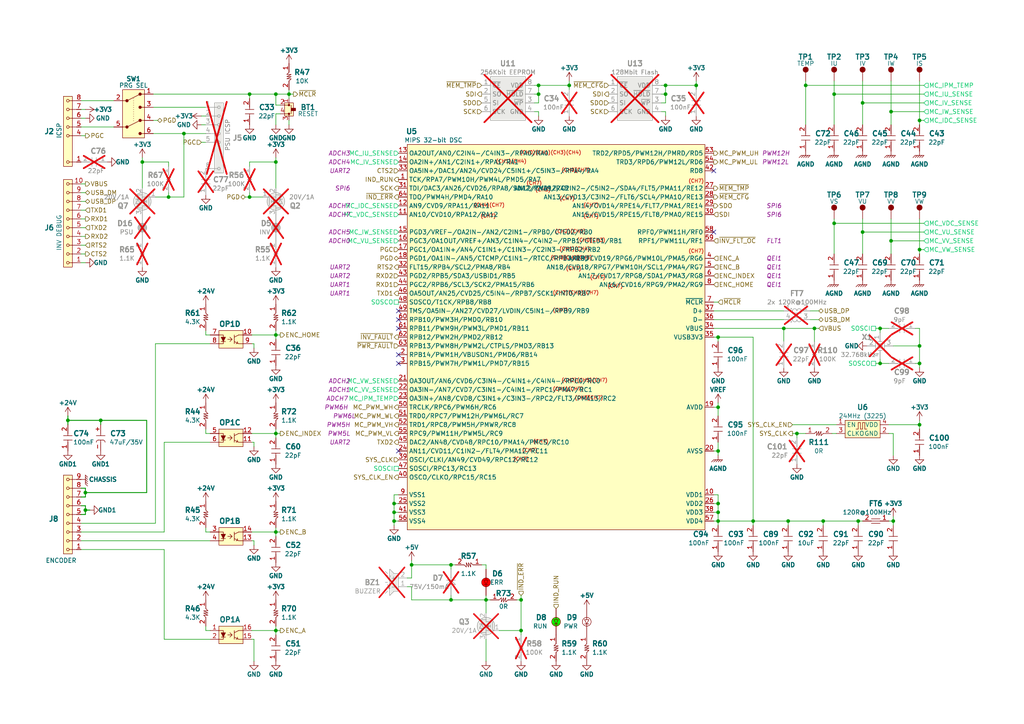
<source format=kicad_sch>
(kicad_sch (version 20231120) (generator "eeschema") (generator_version "8.0")
  (paper "A4")
  (title_block (title "POWER SUPPLY UNIT") (date "2023-10-14") (rev "0.0") (company "TON DUC THANG UNIVERSITY") (comment 1 "Schematic Designed by ...") (comment 2 "PCB Designed by ...") (comment 3 "Approved by ..."))
  (junction (at 236.22 95.25))
  (junction (at 83.82 27.305))
  (junction (at 250.19 29.845))
  (junction (at 193.04 27.305))
  (junction (at 80.01 154.305))
  (junction (at 258.445 69.85))
  (junction (at 80.01 182.88))
  (junction (at 72.39 27.305))
  (junction (at 208.28 97.79))
  (junction (at 241.935 64.77))
  (junction (at 151.13 173.99))
  (junction (at 151.13 182.88))
  (junction (at 119.38 163.83))
  (junction (at 80.01 27.305))
  (junction (at 80.01 97.155))
  (junction (at 250.19 67.31))
  (junction (at 227.33 95.25))
  (junction (at 53.34 38.735))
  (junction (at 255.27 105.41))
  (junction (at 29.21 121.92))
  (junction (at 156.21 24.765))
  (junction (at 24.765 142.875))
  (junction (at 218.44 151.13))
  (junction (at 114.3 151.13))
  (junction (at 266.7 105.41))
  (junction (at 165.1 24.765))
  (junction (at 41.275 46.99))
  (junction (at 231.14 125.73))
  (junction (at 80.01 46.99))
  (junction (at 114.3 146.05))
  (junction (at 241.935 27.305))
  (junction (at 266.7 123.19))
  (junction (at 156.21 27.305))
  (junction (at 193.04 24.765))
  (junction (at 130.81 163.83))
  (junction (at 48.895 57.15))
  (junction (at 255.27 95.25))
  (junction (at 208.28 130.81))
  (junction (at 233.68 24.765))
  (junction (at 114.3 148.59))
  (junction (at 201.93 24.765))
  (junction (at 130.81 173.99))
  (junction (at 266.7 34.925))
  (junction (at 259.08 151.13))
  (junction (at 208.28 118.11))
  (junction (at 248.92 151.13))
  (junction (at 266.7 100.33))
  (junction (at 24.765 147.955))
  (junction (at 19.685 121.92))
  (junction (at 238.76 151.13))
  (junction (at 258.445 32.385))
  (junction (at 208.28 151.13))
  (junction (at 80.01 125.73))
  (junction (at 208.28 146.05))
  (junction (at 208.28 148.59))
  (junction (at 228.6 151.13))
  (junction (at 266.7 72.39))
  (junction (at 72.39 57.15))
  (junction (at 140.97 173.99))
  (no_connect (at 115.57 90.17))
  (no_connect (at 207.01 49.53))
  (no_connect (at 115.57 130.81))
  (no_connect (at 207.01 67.31))
  (no_connect (at 115.57 105.41))
  (no_connect (at 115.57 95.25))
  (no_connect (at 115.57 92.71))
  (no_connect (at 115.57 102.87))
  (wire (pts (xy 193.04 29.845) (xy 193.04 27.305)))
  (wire (pts (xy 248.92 151.13) (xy 248.92 152.4)))
  (wire (pts (xy 191.77 29.845) (xy 193.04 29.845)))
  (wire (pts (xy 208.28 97.79) (xy 207.01 97.79)))
  (wire (pts (xy 255.27 96.52) (xy 255.27 95.25)))
  (wire (pts (xy 24.765 147.955) (xy 24.765 146.685)) (stroke (width 0.254)))
  (wire (pts (xy 234.95 92.71) (xy 237.49 92.71)))
  (wire (pts (xy 201.93 23.495) (xy 201.93 24.765)))
  (wire (pts (xy 81.28 97.155) (xy 80.01 97.155)))
  (wire (pts (xy 248.92 151.13) (xy 238.76 151.13)))
  (wire (pts (xy 233.68 24.765) (xy 233.68 36.195)))
  (wire (pts (xy 114.3 146.05) (xy 115.57 146.05)))
  (wire (pts (xy 41.275 46.99) (xy 48.895 46.99)))
  (wire (pts (xy 208.28 130.81) (xy 208.28 132.08)))
  (wire (pts (xy 208.28 143.51) (xy 208.28 146.05)))
  (wire (pts (xy 267.97 64.77) (xy 241.935 64.77)))
  (wire (pts (xy 258.445 63.5) (xy 258.445 69.85)))
  (wire (pts (xy 83.82 27.305) (xy 85.09 27.305)))
  (wire (pts (xy 119.38 162.56) (xy 119.38 163.83)))
  (wire (pts (xy 227.33 95.25) (xy 227.33 99.06)))
  (wire (pts (xy 73.025 97.155) (xy 80.01 97.155)))
  (wire (pts (xy 267.97 24.765) (xy 233.68 24.765)))
  (wire (pts (xy 267.97 32.385) (xy 258.445 32.385)))
  (wire (pts (xy 231.14 127) (xy 231.14 125.73)))
  (wire (pts (xy 165.1 24.765) (xy 165.1 26.035)))
  (wire (pts (xy 24.765 58.42) (xy 23.495 58.42)))
  (wire (pts (xy 140.97 173.99) (xy 140.97 177.8)))
  (wire (pts (xy 80.01 97.155) (xy 80.01 98.425)))
  (wire (pts (xy 72.39 27.305) (xy 80.01 27.305)))
  (wire (pts (xy 24.765 66.04) (xy 23.495 66.04)))
  (wire (pts (xy 48.895 57.15) (xy 48.895 55.88)))
  (wire (pts (xy 229.87 123.19) (xy 242.57 123.19)))
  (wire (pts (xy 207.01 143.51) (xy 208.28 143.51)))
  (wire (pts (xy 257.81 123.19) (xy 266.7 123.19)))
  (wire (pts (xy 266.7 121.92) (xy 266.7 123.19)))
  (wire (pts (xy 151.13 184.15) (xy 151.13 182.88)))
  (wire (pts (xy 218.44 97.79) (xy 218.44 151.13)))
  (wire (pts (xy 59.69 95.885) (xy 59.69 97.155)))
  (wire (pts (xy 24.765 60.96) (xy 23.495 60.96)))
  (wire (pts (xy 47.625 154.305) (xy 23.495 154.305)))
  (wire (pts (xy 227.33 95.25) (xy 236.22 95.25)))
  (wire (pts (xy 234.95 90.17) (xy 237.49 90.17)))
  (wire (pts (xy 156.21 24.765) (xy 165.1 24.765)))
  (wire (pts (xy 42.545 121.92) (xy 29.21 121.92)) (stroke (width 0.254)))
  (wire (pts (xy 132.08 163.83) (xy 130.81 163.83)))
  (wire (pts (xy 119.38 167.64) (xy 119.38 163.83)))
  (wire (pts (xy 58.42 41.275) (xy 59.69 41.275)))
  (wire (pts (xy 59.69 36.195) (xy 58.42 36.195)))
  (wire (pts (xy 24.765 76.2) (xy 23.495 76.2)))
  (wire (pts (xy 114.3 148.59) (xy 115.57 148.59)))
  (wire (pts (xy 266.7 23.495) (xy 266.7 34.925)))
  (wire (pts (xy 193.04 24.765) (xy 201.93 24.765)))
  (wire (pts (xy 72.39 27.305) (xy 72.39 28.575)))
  (wire (pts (xy 241.935 64.77) (xy 241.935 73.66)))
  (wire (pts (xy 130.81 173.99) (xy 119.38 173.99)))
  (wire (pts (xy 24.765 31.75) (xy 23.495 31.75)))
  (wire (pts (xy 119.38 163.83) (xy 130.81 163.83)))
  (wire (pts (xy 80.01 181.61) (xy 80.01 182.88)))
  (wire (pts (xy 255.27 105.41) (xy 255.27 104.14)))
  (wire (pts (xy 139.7 163.83) (xy 140.97 163.83)))
  (wire (pts (xy 151.13 172.72) (xy 151.13 173.99)))
  (wire (pts (xy 266.7 95.25) (xy 266.7 100.33)))
  (wire (pts (xy 73.66 128.27) (xy 73.025 128.27)))
  (wire (pts (xy 59.69 33.655) (xy 58.42 33.655)))
  (wire (pts (xy 254 95.25) (xy 255.27 95.25)))
  (wire (pts (xy 48.895 46.99) (xy 48.895 48.26)))
  (wire (pts (xy 266.7 63.5) (xy 266.7 72.39)))
  (wire (pts (xy 208.28 116.84) (xy 208.28 118.11)))
  (wire (pts (xy 231.14 125.73) (xy 233.68 125.73)))
  (wire (pts (xy 24.765 144.145) (xy 24.765 142.875)) (stroke (width 0.254)))
  (wire (pts (xy 73.66 156.845) (xy 73.66 158.115)))
  (wire (pts (xy 250.19 151.13) (xy 248.92 151.13)))
  (wire (pts (xy 266.7 100.33) (xy 266.7 105.41)))
  (wire (pts (xy 140.97 173.99) (xy 130.81 173.99)))
  (wire (pts (xy 265.43 105.41) (xy 266.7 105.41)))
  (wire (pts (xy 24.765 68.58) (xy 23.495 68.58)))
  (wire (pts (xy 24.765 142.875) (xy 24.765 141.605)) (stroke (width 0.254)))
  (wire (pts (xy 81.28 125.73) (xy 80.01 125.73)))
  (wire (pts (xy 23.495 159.385) (xy 47.625 159.385)))
  (wire (pts (xy 80.01 27.305) (xy 83.82 27.305)))
  (wire (pts (xy 41.275 45.72) (xy 41.275 46.99)))
  (wire (pts (xy 201.93 24.765) (xy 201.93 26.035)))
  (wire (pts (xy 193.04 32.385) (xy 193.04 33.655)))
  (wire (pts (xy 140.97 191.77) (xy 140.97 185.42)))
  (wire (pts (xy 80.01 95.885) (xy 80.01 97.155)))
  (wire (pts (xy 80.01 27.305) (xy 80.01 30.48)))
  (wire (pts (xy 45.085 99.695) (xy 45.085 151.765)))
  (wire (pts (xy 47.625 185.42) (xy 60.96 185.42)))
  (wire (pts (xy 250.19 63.5) (xy 250.19 67.31)))
  (wire (pts (xy 154.94 29.845) (xy 156.21 29.845)))
  (wire (pts (xy 208.28 151.13) (xy 208.28 152.4)))
  (wire (pts (xy 24.765 53.34) (xy 23.495 53.34)))
  (wire (pts (xy 207.01 90.17) (xy 227.33 90.17)))
  (wire (pts (xy 73.66 99.695) (xy 73.66 100.965)))
  (wire (pts (xy 19.685 120.65) (xy 19.685 121.92)) (stroke (width 0.254)))
  (wire (pts (xy 83.82 27.305) (xy 83.82 28.575)))
  (wire (pts (xy 208.28 146.05) (xy 208.28 148.59)))
  (wire (pts (xy 23.495 156.845) (xy 60.96 156.845)))
  (wire (pts (xy 207.01 87.63) (xy 208.28 87.63)))
  (wire (pts (xy 59.69 125.73) (xy 60.96 125.73)))
  (wire (pts (xy 236.22 95.25) (xy 237.49 95.25)))
  (wire (pts (xy 44.45 38.735) (xy 53.34 38.735)))
  (wire (pts (xy 80.01 153.035) (xy 80.01 154.305)))
  (wire (pts (xy 259.08 125.73) (xy 257.81 125.73)))
  (wire (pts (xy 114.3 146.05) (xy 114.3 143.51)))
  (wire (pts (xy 81.28 182.88) (xy 80.01 182.88)))
  (wire (pts (xy 114.3 151.13) (xy 114.3 152.4)))
  (wire (pts (xy 267.97 27.305) (xy 241.935 27.305)))
  (wire (pts (xy 59.69 153.035) (xy 59.69 154.305)))
  (wire (pts (xy 80.01 154.305) (xy 80.01 155.575)))
  (wire (pts (xy 267.97 69.85) (xy 258.445 69.85)))
  (wire (pts (xy 208.28 97.79) (xy 218.44 97.79)))
  (wire (pts (xy 45.085 57.15) (xy 48.895 57.15)))
  (wire (pts (xy 114.3 151.13) (xy 114.3 148.59)))
  (wire (pts (xy 265.43 95.25) (xy 266.7 95.25)))
  (wire (pts (xy 24.765 39.37) (xy 23.495 39.37)))
  (wire (pts (xy 259.08 100.33) (xy 266.7 100.33)))
  (wire (pts (xy 29.21 121.92) (xy 29.21 123.19)) (stroke (width 0.254)))
  (wire (pts (xy 73.66 185.42) (xy 73.025 185.42)))
  (wire (pts (xy 241.3 125.73) (xy 242.57 125.73)))
  (wire (pts (xy 151.13 173.99) (xy 151.13 182.88)))
  (wire (pts (xy 156.21 32.385) (xy 156.21 33.655)))
  (wire (pts (xy 255.27 105.41) (xy 257.81 105.41)))
  (wire (pts (xy 208.28 99.06) (xy 208.28 97.79)))
  (wire (pts (xy 114.3 148.59) (xy 114.3 146.05)))
  (wire (pts (xy 140.97 173.99) (xy 142.24 173.99)))
  (wire (pts (xy 118.11 167.64) (xy 119.38 167.64)))
  (wire (pts (xy 59.69 154.305) (xy 60.96 154.305)))
  (wire (pts (xy 191.77 32.385) (xy 193.04 32.385)))
  (wire (pts (xy 233.68 23.495) (xy 233.68 24.765)))
  (wire (pts (xy 208.28 148.59) (xy 208.28 151.13)))
  (wire (pts (xy 258.445 69.85) (xy 258.445 73.66)))
  (wire (pts (xy 266.7 123.19) (xy 266.7 124.46)))
  (wire (pts (xy 266.7 105.41) (xy 266.7 106.68)))
  (wire (pts (xy 151.13 182.88) (xy 144.78 182.88)))
  (wire (pts (xy 24.765 147.955) (xy 26.035 147.955)) (stroke (width 0.254)))
  (wire (pts (xy 207.01 92.71) (xy 227.33 92.71)))
  (wire (pts (xy 208.28 128.27) (xy 208.28 130.81)))
  (wire (pts (xy 241.935 23.495) (xy 241.935 27.305)))
  (wire (pts (xy 250.19 67.31) (xy 250.19 73.66)))
  (wire (pts (xy 73.025 125.73) (xy 80.01 125.73)))
  (wire (pts (xy 228.6 151.13) (xy 238.76 151.13)))
  (wire (pts (xy 259.08 151.13) (xy 257.81 151.13)))
  (wire (pts (xy 81.28 33.02) (xy 80.01 33.02)))
  (wire (pts (xy 42.545 142.875) (xy 24.765 142.875)) (stroke (width 0.254)))
  (wire (pts (xy 156.21 27.305) (xy 156.21 24.765)))
  (wire (pts (xy 208.28 118.11) (xy 207.01 118.11)))
  (wire (pts (xy 114.3 143.51) (xy 115.57 143.51)))
  (wire (pts (xy 47.625 159.385) (xy 47.625 185.42)))
  (wire (pts (xy 193.04 27.305) (xy 193.04 24.765)))
  (wire (pts (xy 81.28 154.305) (xy 80.01 154.305)))
  (wire (pts (xy 73.66 191.77) (xy 73.66 185.42)))
  (wire (pts (xy 208.28 130.81) (xy 207.01 130.81)))
  (wire (pts (xy 165.1 23.495) (xy 165.1 24.765)))
  (wire (pts (xy 72.39 46.99) (xy 80.01 46.99)))
  (wire (pts (xy 23.495 146.685) (xy 24.765 146.685)) (stroke (width 0.254)))
  (wire (pts (xy 41.275 46.99) (xy 41.275 54.61)))
  (wire (pts (xy 130.81 172.72) (xy 130.81 173.99)))
  (wire (pts (xy 258.445 32.385) (xy 258.445 36.195)))
  (wire (pts (xy 73.025 154.305) (xy 80.01 154.305)))
  (wire (pts (xy 44.45 31.115) (xy 59.69 31.115)))
  (wire (pts (xy 207.01 148.59) (xy 208.28 148.59)))
  (wire (pts (xy 236.22 95.25) (xy 236.22 99.06)))
  (wire (pts (xy 72.39 48.26) (xy 72.39 46.99)))
  (wire (pts (xy 23.495 29.21) (xy 33.02 29.21)))
  (wire (pts (xy 24.765 63.5) (xy 23.495 63.5)))
  (wire (pts (xy 23.495 36.83) (xy 33.02 36.83)))
  (wire (pts (xy 259.08 132.08) (xy 259.08 125.73)))
  (wire (pts (xy 24.765 149.225) (xy 24.765 147.955)) (stroke (width 0.254)))
  (wire (pts (xy 207.01 151.13) (xy 208.28 151.13)))
  (wire (pts (xy 154.94 32.385) (xy 156.21 32.385)))
  (wire (pts (xy 59.69 97.155) (xy 60.96 97.155)))
  (wire (pts (xy 83.82 26.035) (xy 83.82 27.305)))
  (wire (pts (xy 218.44 151.13) (xy 218.44 152.4)))
  (wire (pts (xy 218.44 151.13) (xy 228.6 151.13)))
  (wire (pts (xy 23.495 151.765) (xy 45.085 151.765)))
  (wire (pts (xy 71.12 57.15) (xy 72.39 57.15)))
  (wire (pts (xy 24.765 71.12) (xy 23.495 71.12)))
  (wire (pts (xy 24.765 34.29) (xy 23.495 34.29)))
  (wire (pts (xy 238.76 152.4) (xy 238.76 151.13)))
  (wire (pts (xy 130.81 165.1) (xy 130.81 163.83)))
  (wire (pts (xy 191.77 27.305) (xy 193.04 27.305)))
  (wire (pts (xy 250.19 29.845) (xy 250.19 36.195)))
  (wire (pts (xy 258.445 23.495) (xy 258.445 32.385)))
  (wire (pts (xy 23.495 141.605) (xy 24.765 141.605)) (stroke (width 0.254)))
  (wire (pts (xy 24.765 73.66) (xy 23.495 73.66)))
  (wire (pts (xy 59.69 124.46) (xy 59.69 125.73)))
  (wire (pts (xy 207.01 146.05) (xy 208.28 146.05)))
  (wire (pts (xy 23.495 144.145) (xy 24.765 144.145)) (stroke (width 0.254)))
  (wire (pts (xy 266.7 34.925) (xy 266.7 36.195)))
  (wire (pts (xy 208.28 151.13) (xy 218.44 151.13)))
  (wire (pts (xy 45.72 34.925) (xy 44.45 34.925)))
  (wire (pts (xy 19.685 121.92) (xy 29.21 121.92)) (stroke (width 0.254)))
  (wire (pts (xy 81.28 30.48) (xy 80.01 30.48)))
  (wire (pts (xy 45.085 99.695) (xy 60.96 99.695)))
  (wire (pts (xy 241.935 63.5) (xy 241.935 64.77)))
  (wire (pts (xy 59.69 182.88) (xy 60.96 182.88)))
  (wire (pts (xy 73.025 182.88) (xy 80.01 182.88)))
  (wire (pts (xy 154.94 27.305) (xy 156.21 27.305)))
  (wire (pts (xy 73.025 156.845) (xy 73.66 156.845)))
  (wire (pts (xy 80.01 124.46) (xy 80.01 125.73)))
  (wire (pts (xy 83.82 34.925) (xy 83.82 36.195)))
  (wire (pts (xy 59.69 181.61) (xy 59.69 182.88)))
  (wire (pts (xy 250.19 23.495) (xy 250.19 29.845)))
  (wire (pts (xy 80.01 182.88) (xy 80.01 184.15)))
  (wire (pts (xy 140.97 172.72) (xy 140.97 173.99)))
  (wire (pts (xy 53.34 57.15) (xy 48.895 57.15)))
  (wire (pts (xy 80.01 33.02) (xy 80.01 36.195)))
  (wire (pts (xy 60.96 128.27) (xy 47.625 128.27)))
  (wire (pts (xy 254 105.41) (xy 255.27 105.41)))
  (wire (pts (xy 118.11 170.18) (xy 119.38 170.18)))
  (wire (pts (xy 255.27 95.25) (xy 257.81 95.25)))
  (wire (pts (xy 23.495 149.225) (xy 24.765 149.225)) (stroke (width 0.254)))
  (wire (pts (xy 266.7 72.39) (xy 266.7 73.66)))
  (wire (pts (xy 267.97 29.845) (xy 250.19 29.845)))
  (wire (pts (xy 73.025 99.695) (xy 73.66 99.695)))
  (wire (pts (xy 267.97 72.39) (xy 266.7 72.39)))
  (wire (pts (xy 24.765 55.88) (xy 23.495 55.88)))
  (wire (pts (xy 228.6 151.13) (xy 228.6 152.4)))
  (wire (pts (xy 53.34 38.735) (xy 59.69 38.735)))
  (wire (pts (xy 115.57 151.13) (xy 114.3 151.13)))
  (wire (pts (xy 76.2 57.15) (xy 72.39 57.15)))
  (wire (pts (xy 119.38 170.18) (xy 119.38 173.99)))
  (wire (pts (xy 80.01 46.99) (xy 80.01 54.61)))
  (wire (pts (xy 259.08 149.86) (xy 259.08 151.13)))
  (wire (pts (xy 259.08 151.13) (xy 259.08 152.4)))
  (wire (pts (xy 53.34 38.735) (xy 53.34 57.15)))
  (wire (pts (xy 80.01 125.73) (xy 80.01 127)))
  (wire (pts (xy 47.625 128.27) (xy 47.625 154.305)))
  (wire (pts (xy 19.685 121.92) (xy 19.685 123.19)) (stroke (width 0.254)))
  (wire (pts (xy 149.86 173.99) (xy 151.13 173.99)))
  (wire (pts (xy 207.01 95.25) (xy 227.33 95.25)))
  (wire (pts (xy 42.545 121.92) (xy 42.545 142.875)) (stroke (width 0.254)))
  (wire (pts (xy 241.935 27.305) (xy 241.935 36.195)))
  (wire (pts (xy 156.21 24.765) (xy 154.94 24.765)))
  (wire (pts (xy 208.28 120.65) (xy 208.28 118.11)))
  (wire (pts (xy 80.01 45.72) (xy 80.01 46.99)))
  (wire (pts (xy 229.87 125.73) (xy 231.14 125.73)))
  (wire (pts (xy 267.97 67.31) (xy 250.19 67.31)))
  (wire (pts (xy 156.21 29.845) (xy 156.21 27.305)))
  (wire (pts (xy 72.39 57.15) (xy 72.39 55.88)))
  (wire (pts (xy 44.45 27.305) (xy 72.39 27.305)))
  (wire (pts (xy 73.66 129.54) (xy 73.66 128.27)))
  (wire (pts (xy 267.97 34.925) (xy 266.7 34.925)))
  (wire (pts (xy 140.97 163.83) (xy 140.97 165.1)))
  (wire (pts (xy 193.04 24.765) (xy 191.77 24.765)))
  (text "(CH0)" (at 165.1 49.53 0) (effects (font (size 1.016 1.016))))
  (text "(CH7)" (at 162.56 90.17 0) (effects (font (size 1.016 1.016))))
  (text "(CH0)" (at 153.035 44.45 0) (effects (font (size 1.016 1.016))))
  (text "(CH5)" (at 169.545 110.49 0) (effects (font (size 1.016 1.016))))
  (text "(CH7)" (at 171.45 59.69 0) (effects (font (size 1.016 1.016))))
  (text "(CH5)" (at 167.005 85.09 0) (effects (font (size 1.016 1.016))))
  (text "(CH0)" (at 161.925 74.93 0) (effects (font (size 1.016 1.016))))
  (text "(CH2)" (at 165.735 74.93 0) (effects (font (size 1.016 1.016))))
  (text "(CH7)" (at 167.005 113.03 0) (effects (font (size 1.016 1.016))))
  (text "(CH7)" (at 166.37 78.105 0) (effects (font (size 1.016 1.016))))
  (text "(CH7)" (at 154.94 53.34 0) (effects (font (size 1.016 1.016))))
  (text "(CH7)" (at 171.45 62.865 0) (effects (font (size 1.016 1.016))))
  (text "(CH7)" (at 151.13 133.35 0) (effects (font (size 1.016 1.016))))
  (text "(CH0)" (at 169.545 69.85 0) (effects (font (size 1.016 1.016))))
  (text "(CH7)" (at 164.465 57.785 0) (effects (font (size 1.016 1.016))))
  (text "(CH4)" (at 168.91 72.39 0) (effects (font (size 1.016 1.016))))
  (text "(CH1)" (at 164.465 72.39 0) (effects (font (size 1.016 1.016))))
  (text "(CH7)" (at 153.67 130.81 0) (effects (font (size 1.016 1.016))))
  (text "(CH7)" (at 141.605 62.865 0) (effects (font (size 1.016 1.016))))
  (text "(CH3)" (at 161.925 44.45 0) (effects (font (size 1.016 1.016))))
  (text "(CH7)" (at 144.145 59.69 0) (effects (font (size 1.016 1.016))))
  (text "(CH7)" (at 201.93 52.705 0) (effects (font (size 1.016 1.016))))
  (text "(CH1)" (at 157.48 44.45 0) (effects (font (size 1.016 1.016))))
  (text "(CH7)" (at 173.99 110.49 0) (effects (font (size 1.016 1.016))))
  (text "(CH7)" (at 168.91 49.53 0) (effects (font (size 1.016 1.016))))
  (text "(CH3)" (at 168.91 115.57 0) (effects (font (size 1.016 1.016))))
  (text "(CH1)" (at 146.05 46.99 0) (effects (font (size 1.016 1.016))))
  (text "(CH7)" (at 201.93 73.025 0) (effects (font (size 1.016 1.016))))
  (text "(CH2)" (at 165.1 110.49 0) (effects (font (size 1.016 1.016))))
  (text "(CH5)" (at 167.64 67.31 0) (effects (font (size 1.016 1.016))))
  (text "(CH4)" (at 166.37 44.45 0) (effects (font (size 1.016 1.016))))
  (text "(CH3)" (at 157.48 55.245 0) (effects (font (size 1.016 1.016))))
  (text "(CH7)" (at 173.355 80.645 0) (effects (font (size 1.016 1.016))))
  (text "(CH1)" (at 162.56 113.03 0) (effects (font (size 1.016 1.016))))
  (text "(CH2)" (at 162.56 85.09 0) (effects (font (size 1.016 1.016))))
  (text "(CH4)" (at 139.7 59.69 0) (effects (font (size 1.016 1.016))))
  (text "(CH7)" (at 156.845 128.27 0) (effects (font (size 1.016 1.016))))
  (text "(CH3)" (at 173.355 69.85 0) (effects (font (size 1.016 1.016))))
  (text "(CH4)" (at 150.495 46.99 0) (effects (font (size 1.016 1.016))))
  (text "(CH7)" (at 171.45 85.09 0) (effects (font (size 1.016 1.016))))
  (text "(CH2)" (at 163.195 67.31 0) (effects (font (size 1.016 1.016))))
  (text "(CH5)" (at 169.545 74.93 0) (effects (font (size 1.016 1.016))))
  (text "(CH7)" (at 172.72 115.57 0) (effects (font (size 1.016 1.016))))
  (text "(CH7)" (at 178.435 83.185 0) (effects (font (size 1.016 1.016))))
  (hierarchical_label "MC_VV_SENSE" (shape input) (at 267.97 69.85 0))
  (hierarchical_label "MC_PWM_VH" (shape output) (at 115.57 123.19 180) (property "Netclass" "PWM5H" (at 101.6 123.19 0) (effects (font (italic yes)) (justify right))))
  (hierarchical_label "IND_RUN" (shape input) (at 161.29 176.53 90))
  (hierarchical_label "SCK" (shape input) (at 176.53 32.385 180))
  (hierarchical_label "RTS2" (shape output) (at 115.57 77.47 180) (property "Netclass" "UART2" (at 101.6 77.47 0) (effects (font (italic yes)) (justify right))))
  (hierarchical_label "PGD" (shape bidirectional) (at 45.72 34.925 0))
  (hierarchical_label "SOSCO" (shape passive) (at 254 105.41 180))
  (hierarchical_label "SYS_CLK_EN" (shape input) (at 229.87 123.19 180))
  (hierarchical_label "MC_IU_SENSE" (shape input) (at 115.57 44.45 180) (property "Netclass" "ADCH3" (at 101.6 44.45 0) (effects (font (italic yes)) (justify right))))
  (hierarchical_label "SYS_CLK_EN" (shape output) (at 115.57 138.43 180))
  (hierarchical_label "RXD1" (shape input) (at 115.57 82.55 180) (property "Netclass" "UART1" (at 101.6 82.55 0) (effects (font (italic yes)) (justify right))))
  (hierarchical_label "SDI" (shape output) (at 176.53 27.305 180))
  (hierarchical_label "VBUS" (shape input) (at 237.49 95.25 0))
  (hierarchical_label "MC_VU_SENSE" (shape input) (at 115.57 69.85 180) (property "Netclass" "ADCH0" (at 101.6 69.85 0) (effects (font (italic yes)) (justify right))))
  (hierarchical_label "MC_IW_SENSE" (shape input) (at 115.57 67.31 180) (property "Netclass" "ADCH5" (at 101.6 67.31 0) (effects (font (italic yes)) (justify right))))
  (hierarchical_label "CTS2" (shape input) (at 115.57 49.53 180) (property "Netclass" "UART2" (at 101.6 49.53 0) (effects (font (italic yes)) (justify right))))
  (hierarchical_label "~{MEM_CFG}" (shape output) (at 207.01 57.15 0))
  (hierarchical_label "ENC_B" (shape input) (at 207.01 77.47 0) (property "Netclass" "QEI1" (at 222.25 77.47 0) (effects (font (italic yes)) (justify left))))
  (hierarchical_label "MC_PWM_VL" (shape output) (at 115.57 125.73 180) (property "Netclass" "PWM5L" (at 101.6 125.73 0) (effects (font (italic yes)) (justify right))))
  (hierarchical_label "MC_VW_SENSE" (shape input) (at 267.97 72.39 0))
  (hierarchical_label "MC_IPM_TEMP" (shape input) (at 115.57 115.57 180) (property "Netclass" "ADCH7" (at 100.965 115.57 0) (effects (font (italic yes)) (justify right))))
  (hierarchical_label "SYS_CLK" (shape output) (at 229.87 125.73 180))
  (hierarchical_label "SDO" (shape input) (at 176.53 29.845 180))
  (hierarchical_label "MC_VW_SENSE" (shape input) (at 115.57 110.49 180) (property "Netclass" "ADCH2" (at 101.6 110.49 0) (effects (font (italic yes)) (justify right))))
  (hierarchical_label "MC_VU_SENSE" (shape input) (at 267.97 67.31 0))
  (hierarchical_label "USB_DM" (shape bidirectional) (at 24.765 55.88 0))
  (hierarchical_label "MC_IU_SENSE" (shape input) (at 267.97 27.305 0))
  (hierarchical_label "PGD" (shape bidirectional) (at 115.57 74.93 180))
  (hierarchical_label "~{INV_FLT_OC}" (shape input) (at 207.01 69.85 0) (property "Netclass" "FLT1" (at 222.25 69.85 0) (effects (font (italic yes)) (justify left))))
  (hierarchical_label "MC_IW_SENSE" (shape input) (at 267.97 32.385 0))
  (hierarchical_label "VBUS" (shape output) (at 24.765 53.34 0))
  (hierarchical_label "ENC_INDEX" (shape output) (at 81.28 125.73 0))
  (hierarchical_label "MC_PWM_WH" (shape output) (at 115.57 118.11 180) (property "Netclass" "PWM6H" (at 100.965 118.11 0) (effects (font (italic yes)) (justify right))))
  (hierarchical_label "RXD1" (shape output) (at 24.765 63.5 0))
  (hierarchical_label "~{IND_ERR}" (shape input) (at 151.13 172.72 90))
  (hierarchical_label "MC_PWM_WL" (shape output) (at 115.57 120.65 180) (property "Netclass" "PWM6L" (at 96.52 120.65 0) (effects (font (italic yes)) (justify left))))
  (hierarchical_label "SOSCI" (shape passive) (at 254 95.25 180))
  (hierarchical_label "MC_IPM_TEMP" (shape input) (at 267.97 24.765 0))
  (hierarchical_label "IND_RUN" (shape output) (at 115.57 52.07 180))
  (hierarchical_label "MC_IV_SENSE" (shape input) (at 267.97 29.845 0))
  (hierarchical_label "RXD2" (shape input) (at 115.57 80.01 180) (property "Netclass" "UART2" (at 101.6 80.01 0) (effects (font (italic yes)) (justify right))))
  (hierarchical_label "SDI" (shape output) (at 139.7 27.305 180))
  (hierarchical_label "PGC" (shape input) (at 115.57 72.39 180))
  (hierarchical_label "TXD1" (shape input) (at 24.765 60.96 0))
  (hierarchical_label "RXD2" (shape output) (at 24.765 68.58 0))
  (hierarchical_label "MC_IDC_SENSE" (shape input) (at 267.97 34.925 0))
  (hierarchical_label "ENC_A" (shape input) (at 207.01 74.93 0) (property "Netclass" "QEI1" (at 222.25 74.93 0) (effects (font (italic yes)) (justify left))))
  (hierarchical_label "MC_VV_SENSE" (shape input) (at 115.57 113.03 180) (property "Netclass" "ADCH1" (at 101.6 113.03 0) (effects (font (italic yes)) (justify right))))
  (hierarchical_label "SDO" (shape output) (at 207.01 59.69 0) (property "Netclass" "SPI6" (at 222.25 59.69 0) (effects (font (italic yes)) (justify left))))
  (hierarchical_label "PGC" (shape input) (at 58.42 41.275 180))
  (hierarchical_label "USB_DP" (shape bidirectional) (at 237.49 90.17 0))
  (hierarchical_label "USB_DM" (shape bidirectional) (at 237.49 92.71 0))
  (hierarchical_label "RTS2" (shape input) (at 24.765 71.12 0))
  (hierarchical_label "~{MEM_TMP}" (shape input) (at 139.7 24.765 180))
  (hierarchical_label "USB_DP" (shape bidirectional) (at 24.765 58.42 0))
  (hierarchical_label "SDO" (shape input) (at 139.7 29.845 180))
  (hierarchical_label "MC_VDC_SENSE" (shape input) (at 115.57 62.23 180) (property "Netclass" "ADCH7" (at 101.6 62.23 0) (effects (font (italic yes)) (justify right))))
  (hierarchical_label "SDI" (shape input) (at 207.01 62.23 0) (property "Netclass" "SPI6" (at 222.25 62.23 0) (effects (font (italic yes)) (justify left))))
  (hierarchical_label "SOSCO" (shape passive) (at 115.57 87.63 180))
  (hierarchical_label "TXD2" (shape output) (at 115.57 128.27 180) (property "Netclass" "UART2" (at 101.6 128.27 0) (effects (font (italic yes)) (justify right))))
  (hierarchical_label "~{MEM_CFG}" (shape input) (at 176.53 24.765 180))
  (hierarchical_label "ENC_INDEX" (shape input) (at 207.01 80.01 0) (property "Netclass" "QEI1" (at 222.25 80.01 0) (effects (font (italic yes)) (justify left))))
  (hierarchical_label "PGC" (shape output) (at 24.765 39.37 0))
  (hierarchical_label "~{IND_ERR}" (shape output) (at 115.57 57.15 180))
  (hierarchical_label "SOSCI" (shape passive) (at 115.57 135.89 180))
  (hierarchical_label "~{MCLR}" (shape input) (at 208.28 87.63 0))
  (hierarchical_label "TXD1" (shape output) (at 115.57 85.09 180) (property "Netclass" "UART1" (at 101.6 85.09 0) (effects (font (italic yes)) (justify right))))
  (hierarchical_label "CTS2" (shape output) (at 24.765 73.66 0))
  (hierarchical_label "TXD2" (shape input) (at 24.765 66.04 0))
  (hierarchical_label "SYS_CLK" (shape input) (at 115.57 133.35 180))
  (hierarchical_label "~{MEM_TMP}" (shape output) (at 207.01 54.61 0))
  (hierarchical_label "MC_PWM_UH" (shape output) (at 207.01 44.45 0) (property "Netclass" "PWM12H" (at 220.98 44.45 0) (effects (font (italic yes)) (justify left))))
  (hierarchical_label "ENC_A" (shape output) (at 81.28 182.88 0))
  (hierarchical_label "MC_PWM_UL" (shape output) (at 207.01 46.99 0) (property "Netclass" "PWM12L" (at 220.98 46.99 0) (effects (font (italic yes)) (justify left))))
  (hierarchical_label "MC_VDC_SENSE" (shape input) (at 267.97 64.77 0))
  (hierarchical_label "MC_IV_SENSE" (shape input) (at 115.57 46.99 180) (property "Netclass" "ADCH4" (at 101.6 46.99 0) (effects (font (italic yes)) (justify right))))
  (hierarchical_label "~{PWR_FAULT}" (shape input) (at 115.57 100.33 180))
  (hierarchical_label "PGD" (shape bidirectional) (at 71.12 57.15 180))
  (hierarchical_label "ENC_B" (shape output) (at 81.28 154.305 0))
  (hierarchical_label "SCK" (shape output) (at 115.57 54.61 180) (property "Netclass" "SPI6" (at 101.6 54.61 0) (effects (font (italic yes)) (justify right))))
  (hierarchical_label "MC_IDC_SENSE" (shape input) (at 115.57 59.69 180) (property "Netclass" "ADCH7" (at 101.6 59.69 0) (effects (font (italic yes)) (justify right))))
  (hierarchical_label "ENC_HOME" (shape input) (at 207.01 82.55 0) (property "Netclass" "QEI1" (at 222.25 82.55 0) (effects (font (italic yes)) (justify left))))
  (hierarchical_label "~{MCLR}" (shape output) (at 85.09 27.305 0))
  (hierarchical_label "SCK" (shape input) (at 139.7 32.385 180))
  (hierarchical_label "ENC_HOME" (shape output) (at 81.28 97.155 0))
  (hierarchical_label "~{INV_FAULT}" (shape output) (at 115.57 97.79 180))
  (symbol (lib_id "SAMPI:AGND") (at 233.68 43.815 0) (unit 1)
    (property "Reference" "#PWR0184" (effects (hide yes)))
    (property "Value" "AGND" (at 233.68 47.625 0) (effects (font (bold yes))))
  )
  (symbol (lib_id "power:GND") (at 83.82 36.195 0) (unit 1)
    (property "Reference" "#PWR0127" (effects (hide yes)))
    (property "Value" "GND" (at 83.82 40.005 0) (effects (font (bold yes))))
  )
  (symbol (lib_id "power:+3V3") (at 80.01 116.84 0) (unit 1)
    (property "Reference" "#PWR0136" (effects (hide yes)))
    (property "Value" "+3V3" (at 80.01 113.03 0) (effects (font (bold yes))))
  )
  (symbol (lib_id "power:GND") (at 251.46 100.33 270) (mirror x) (unit 1)
    (property "Reference" "#PWR0176" (effects (hide yes)))
    (property "Value" "GND" (at 247.015 100.33 90) (effects (font (bold yes))))
  )
  (symbol (lib_id "SAMPI:OPTO-BJT-4CH") (at 63.5 149.225 0) (unit 2)
    (property "Reference" "OP1" (at 66.675 151.13 0) (effects (font (size 1.5 1.5) (bold yes))))
    (property "Value" "OPTO-BJT-4CH" (effects (hide yes)))
    (property "Footprint" "SAMPI:OPTO_SO16_6.5MM" (effects (hide yes)))
    (property "Description" "OPTOISOLATOR 3.75KV TRANS SO16" (effects (hide yes)))
    (property "MFT" "Toshiba" (effects (hide yes)))
    (property "MNP" "TLP293-4(TP,E" (effects (hide yes)))
    (property "Checked" "OK" (effects (hide yes)))
  )
  (symbol (lib_id "SAMPI:OSC") (at 255.27 118.11 0) (mirror y) (unit 1)
    (property "Reference" "U6" (at 250.19 118.11 0) (effects (font (size 1.5 1.5) (bold yes))))
    (property "Value" "24MHz (3225)" (at 250.19 120.65 0))
    (property "Footprint" "SAMPI:CDFN3225-4LD-PL-1" (effects (hide yes)))
    (property "Description" "MEMS OSC XO 12.0000MHZ CMOS SMD" (effects (hide yes)))
    (property "MNP" "DSC1001CE1-012.0000" (effects (hide yes)))
    (property "Unit Price" "1.15" (effects (hide yes)))
    (property "MFT" "Microchip" (effects (hide yes)))
    (property "Checked" "OK" (effects (hide yes)))
  )
  (symbol (lib_id "SAMPI:WLED") (at 165.1 180.34 90) (mirror x) (unit 1)
    (property "Reference" "D9" (at 167.64 179.0699 90) (effects (font (size 1.5 1.5) (bold yes)) (justify left)))
    (property "Value" "PWR" (at 167.64 181.6099 90) (effects (justify left)))
    (property "Footprint" "SAMPI:LED0603" (effects (hide yes)))
    (property "Description" "LED WHITE 0603 SMD" (effects (hide yes)))
    (property "MFT" "Harvatek" (effects (hide yes)))
    (property "MNP" "B1931TW--20P000314U1930" (effects (hide yes)))
    (property "Checked" "OK" (effects (hide yes)))
  )
  (symbol (lib_id "SAMPI:CERCAP") (at 210.82 104.14 270) (mirror x) (unit 1)
    (property "Reference" "C96" (at 210.82 101.5999 90) (effects (font (size 1.5 1.5) (bold yes)) (justify left)))
    (property "Value" "100nF" (at 210.82 104.1399 90) (effects (justify left)))
    (property "Footprint" "SAMPI:CAP0603" (effects (hide yes)))
    (property "Description" "CAP CER 0.1UF 50V X7R 0603" (effects (hide yes)))
    (property "MNP" "CL10B104KB8NNNC" (effects (hide yes)))
    (property "Unit Price" "0.0146" (effects (hide yes)))
    (property "MFT" "Samsung" (effects (hide yes)))
    (property "Checked" "OK" (effects (hide yes)))
  )
  (symbol (lib_name "SIL08_1") (lib_id "SAMPI:SIL08") (at 20.955 52.07 180) (unit 1)
    (property "Reference" "J2" (at 15.875 38.1 0) (effects (font (size 1.5 1.5) (bold yes)) (justify left)))
    (property "Value" "ICSP" (at 17.145 35.56 90) (effects (justify left)))
    (property "Footprint" "SAMPI:HDM1x8x2.54_TH_RA" (effects (hide yes)))
    (property "Description" "CONN HEADER R/A 8POS 2.54MM" (effects (hide yes)))
    (property "MFT" "Sullins" (effects (hide yes)))
    (property "MNP" "PBC08SBAN" (effects (hide yes)))
    (property "Checked" "OK" (effects (hide yes)))
  )
  (symbol (lib_id "power:+3V3") (at 41.275 45.72 0) (mirror y) (unit 1)
    (property "Reference" "#PWR0140" (effects (hide yes)))
    (property "Value" "+3V3" (at 41.275 41.91 0) (effects (font (bold yes))))
  )
  (symbol (lib_id "power:+3V3") (at 24.765 31.75 270) (unit 1)
    (property "Reference" "#PWR054" (effects (hide yes)))
    (property "Value" "+3V3" (at 29.845 31.75 90) (effects (font (bold yes))))
  )
  (symbol (lib_id "power:GND") (at 266.7 132.08 0) (unit 1)
    (property "Reference" "#PWR0177" (effects (hide yes)))
    (property "Value" "GND" (at 266.7 135.89 0) (effects (font (bold yes))))
  )
  (symbol (lib_id "SAMPI:RES") (at 77.47 147.955 90) (mirror x) (unit 1)
    (property "Reference" "R71" (at 83.82 147.955 90) (effects (font (size 1.5 1.5) (bold yes))))
    (property "Value" "1.1K" (at 83.82 150.495 90))
    (property "Footprint" "SAMPI:RES0603" (effects (hide yes)))
    (property "Description" "RES SMD 1.1K OHM 1% 1/10W 0603" (effects (hide yes)))
    (property "Unit Price" "0.021" (effects (hide yes)))
    (property "MNP" "AC0603FR-071K1L" (effects (hide yes)))
    (property "MFT" "YAGEO" (effects (hide yes)))
    (property "Checked" "OK" (effects (hide yes)))
  )
  (symbol (lib_id "SAMPI:RES") (at 233.68 101.6 90) (mirror x) (unit 1) (in_bom no) (dnp yes)
    (property "Reference" "R110" (at 240.03 101.6 90) (effects (font (size 1.5 1.5) (bold yes))))
    (property "Value" "100K" (at 240.03 104.14 90))
    (property "Footprint" "SAMPI:RES0603" (effects (hide yes)))
    (property "Description" "RES 100K OHM 1% 1/10W 0603" (effects (hide yes)))
    (property "Unit Price" "0.019" (effects (hide yes)))
    (property "MNP" "RC0603FR-07100KL" (effects (hide yes)))
    (property "MFT" "YAGEO" (effects (hide yes)))
    (property "Checked" "OK" (effects (hide yes)))
  )
  (symbol (lib_id "SAMPI:CERCAP") (at 204.47 31.115 270) (mirror x) (unit 1) (in_bom no) (dnp yes)
    (property "Reference" "C35" (at 194.31 28.575 90) (effects (font (size 1.5 1.5) (bold yes)) (justify left)))
    (property "Value" "100nF" (at 194.31 31.115 90) (effects (justify left)))
    (property "Footprint" "SAMPI:CAP0603" (effects (hide yes)))
    (property "Description" "CAP CER 0.1UF 50V X7R 0603" (effects (hide yes)))
    (property "MFT" "Samsung" (effects (hide yes)))
    (property "Unit Price" "0.0146" (effects (hide yes)))
    (property "MNP" "CL10B104KB8NNNC" (effects (hide yes)))
    (property "Checked" "OK" (effects (hide yes)))
  )
  (symbol (lib_id "SAMPI:CERCAP") (at 77.47 103.505 90) (unit 1)
    (property "Reference" "C36" (at 82.55 100.9649 90) (effects (font (size 1.5 1.5) (bold yes)) (justify right)))
    (property "Value" "22pF" (at 82.55 103.5049 90) (effects (justify right)))
    (property "Footprint" "SAMPI:CAP0603" (effects (hide yes)))
    (property "Description" "CAP CER 22PF 50V C0G/NP0 0603" (effects (hide yes)))
    (property "MNP" "0603N220J500CT" (effects (hide yes)))
    (property "Unit Price" "0.012" (effects (hide yes)))
    (property "MFT" "Walsin" (effects (hide yes)))
    (property "Checked" "OK" (effects (hide yes)))
  )
  (symbol (lib_id "SAMPI:CERCAP") (at 264.16 41.275 90) (unit 1)
    (property "Reference" "C43" (at 269.24 38.7349 90) (effects (font (size 1.5 1.5) (bold yes)) (justify right)))
    (property "Value" "22pF" (at 269.24 41.2749 90) (effects (justify right)))
    (property "Footprint" "SAMPI:CAP0603" (effects (hide yes)))
    (property "Description" "CAP CER 22PF 50V C0G/NP0 0603" (effects (hide yes)))
    (property "MNP" "0603N220J500CT" (effects (hide yes)))
    (property "Unit Price" "0.012" (effects (hide yes)))
    (property "MFT" "Walsin" (effects (hide yes)))
    (property "Checked" "OK" (effects (hide yes)))
  )
  (symbol (lib_id "power:GND") (at 58.42 36.195 270) (mirror x) (unit 1)
    (property "Reference" "#PWR0182" (effects (hide yes)))
    (property "Value" "GND" (at 53.34 36.195 90) (effects (font (bold yes))))
  )
  (symbol (lib_id "SAMPI:BLED") (at 84.455 64.135 270) (unit 1) (in_bom no) (dnp yes)
    (property "Reference" "D5" (at 75.438 64.77 90) (effects (font (size 1.5 1.5) (bold yes)) (justify left)))
    (property "Value" "INV" (at 75.184 67.31 90) (effects (justify left)))
    (property "Footprint" "SAMPI:LED0603" (effects (hide yes)))
    (property "Description" "LED BLUE CLEAR 0603 SMD" (effects (hide yes)))
    (property "MFT" "Harvatek" (effects (hide yes)))
    (property "Unit Price" "0.1" (effects (hide yes)))
    (property "MNP" "B19Y1NB--20C000113U1930" (effects (hide yes)))
    (property "Checked" "OK" (effects (hide yes)))
  )
  (symbol (lib_id "SAMPI:DIODE-REC") (at 135.255 169.545 270) (mirror x) (unit 1) (in_bom no) (dnp yes)
    (property "Reference" "D7" (at 127 167.64 90) (effects (font (size 1.5 1.5) (bold yes))))
    (property "Value" "75V/150mA" (at 124.46 170.18 90))
    (property "Footprint" "SAMPI:SOD-323" (effects (hide yes)))
    (property "Description" "DIODE GEN PURP 75V 150MA SOD323" (effects (hide yes)))
    (property "MNP" "1N4148WX-TP" (effects (hide yes)))
    (property "MFT" "MCC" (effects (hide yes)))
    (property "Unit Price" "0.068" (effects (hide yes)))
    (property "Checked" "OK" (effects (hide yes)))
  )
  (symbol (lib_id "SAMPI:VREF") (at 208.28 116.84 0) (unit 1)
    (property "Reference" "#PWR0167" (effects (hide yes)))
    (property "Value" "VREF" (at 208.28 113.03 0) (effects (font (bold yes))))
  )
  (symbol (lib_id "SAMPI:RES") (at 236.22 123.19 0) (unit 1)
    (property "Reference" "R111" (at 237.49 128.27 0) (effects (font (size 1.5 1.5) (bold yes))))
    (property "Value" "0R" (at 237.49 130.81 0))
    (property "Footprint" "SAMPI:RES0603" (effects (hide yes)))
    (property "Description" "RES 0 OHM JUMPER 1/10W 0603" (effects (hide yes)))
    (property "Unit Price" "0.015" (effects (hide yes)))
    (property "MNP" "RC0603JR-070RL" (effects (hide yes)))
    (property "MFT" "YAGEO" (effects (hide yes)))
    (property "Checked" "OK" (effects (hide yes)))
  )
  (symbol (lib_id "power:GND1") (at 19.685 130.81 0) (unit 1)
    (property "Reference" "#PWR0186" (effects (hide yes)))
    (property "Value" "GND1" (at 19.685 134.62 0) (effects (font (bold yes))))
  )
  (symbol (lib_id "SAMPI:BLED") (at 36.83 64.135 90) (mirror x) (unit 1) (in_bom no) (dnp yes)
    (property "Reference" "D16" (at 38.735 64.77 90) (effects (font (size 1.5 1.5) (bold yes)) (justify left)))
    (property "Value" "PSU" (at 38.735 67.31 90) (effects (justify left)))
    (property "Footprint" "SAMPI:LED0603" (effects (hide yes)))
    (property "Description" "LED BLUE CLEAR 0603 SMD" (effects (hide yes)))
    (property "MFT" "Harvatek" (effects (hide yes)))
    (property "Unit Price" "0.1" (effects (hide yes)))
    (property "MNP" "B19Y1NB--20C000113U1930" (effects (hide yes)))
    (property "Checked" "OK" (effects (hide yes)))
  )
  (symbol (lib_id "power:+24V") (at 19.685 120.65 0) (unit 1)
    (property "Reference" "#PWR0187" (effects (hide yes)))
    (property "Value" "+24V" (at 19.685 116.84 0) (effects (font (bold yes))))
  )
  (symbol (lib_id "SAMPI:FET_P-CH") (at 45.085 62.23 180) (unit 1) (in_bom no) (dnp yes)
    (property "Reference" "Q7" (at 37.465 59.6901 0) (effects (font (size 1.5 1.5) (bold yes)) (justify left)))
    (property "Value" "20V/1A" (at 37.465 57.1501 0) (effects (justify left)))
    (property "Footprint" "SAMPI:SOT23" (effects (hide yes)))
    (property "Description" "MOSFET P-CH 20V 3.1A SOT23-3" (effects (hide yes)))
    (property "Checked" "OK" (effects (hide yes)))
    (property "MFT" "  Vishay" (effects (hide yes)))
    (property "MNP" "SI2301CDS-T1-GE3" (effects (hide yes)))
  )
  (symbol (lib_id "SAMPI:FET_P-CH") (at 76.2 62.23 0) (mirror x) (unit 1) (in_bom no) (dnp yes)
    (property "Reference" "Q2" (at 83.82 59.6901 0) (effects (font (size 1.5 1.5) (bold yes)) (justify left)))
    (property "Value" "20V/1A" (at 83.82 57.1501 0) (effects (justify left)))
    (property "Footprint" "SAMPI:SOT23" (effects (hide yes)))
    (property "Description" "MOSFET P-CH 20V 3.1A SOT23-3" (effects (hide yes)))
    (property "Checked" "OK" (effects (hide yes)))
    (property "MFT" "  Vishay" (effects (hide yes)))
    (property "MNP" "SI2301CDS-T1-GE3" (effects (hide yes)))
  )
  (symbol (lib_id "power:+3V3") (at 58.42 33.655 90) (mirror x) (unit 1)
    (property "Reference" "#PWR0181" (effects (hide yes)))
    (property "Value" "+3V3" (at 53.34 33.655 90) (effects (font (bold yes))))
  )
  (symbol (lib_id "SAMPI:OPTO-BJT-4CH") (at 63.5 177.8 0) (unit 1)
    (property "Reference" "OP1" (at 66.675 179.705 0) (effects (font (size 1.5 1.5) (bold yes))))
    (property "Value" "OPTO-BJT-4CH" (effects (hide yes)))
    (property "Footprint" "SAMPI:OPTO_SO16_6.5MM" (effects (hide yes)))
    (property "Description" "OPTOISOLATOR 3.75KV TRANS SO16" (effects (hide yes)))
    (property "MFT" "Toshiba" (effects (hide yes)))
    (property "MNP" "TLP293-4(TP,E" (effects (hide yes)))
    (property "Checked" "OK" (effects (hide yes)))
  )
  (symbol (lib_id "SAMPI:SPI_MEM") (at 142.24 22.225 0) (unit 1) (in_bom no) (dnp yes)
    (property "Reference" "U11" (at 147.32 18.415 0) (effects (font (size 1.5 1.5) (bold yes))))
    (property "Value" "256Kbit EEPROM" (at 147.32 20.955 0))
    (property "Footprint" "SAMPI:SOIC8_3.9_MCHP" (effects (hide yes)))
    (property "Description" "IC EEPROM 256KBIT SPI 8SOIC" (effects (hide yes)))
    (property "MNP" "M95256-WMN6P" (effects (hide yes)))
    (property "MFT" "ST" (effects (hide yes)))
    (property "Unit Price" "0.71" (effects (hide yes)))
    (property "Comment" "EEPROM" (effects (hide yes)))
    (property "Checked" "OK" (effects (hide yes)))
  )
  (symbol (lib_id "SAMPI:TESTPOINT") (at 266.7 20.955 0) (unit 1) (in_bom no)
    (property "Reference" "TP5" (at 266.7 16.51 0) (effects (font (size 1.5 1.5) (bold yes))))
    (property "Value" "IS" (at 266.7 18.415 0))
    (property "Footprint" "SAMPI:TP1MM" (effects (hide yes)))
  )
  (symbol (lib_id "SAMPI:CERCAP") (at 77.47 132.08 90) (unit 1)
    (property "Reference" "C60" (at 82.55 129.5399 90) (effects (font (size 1.5 1.5) (bold yes)) (justify right)))
    (property "Value" "22pF" (at 82.55 132.0799 90) (effects (justify right)))
    (property "Footprint" "SAMPI:CAP0603" (effects (hide yes)))
    (property "Description" "CAP CER 22PF 50V C0G/NP0 0603" (effects (hide yes)))
    (property "MNP" "0603N220J500CT" (effects (hide yes)))
    (property "Unit Price" "0.012" (effects (hide yes)))
    (property "MFT" "Walsin" (effects (hide yes)))
    (property "Checked" "OK" (effects (hide yes)))
  )
  (symbol (lib_id "power:+24V") (at 59.69 88.265 0) (unit 1)
    (property "Reference" "#PWR052" (effects (hide yes)))
    (property "Value" "+24V" (at 59.69 84.455 0) (effects (font (bold yes))))
  )
  (symbol (lib_id "SAMPI:CERCAP") (at 262.89 107.95 180) (unit 1) (in_bom no) (dnp yes)
    (property "Reference" "C99" (at 259.08 107.95 0) (effects (font (size 1.5 1.5) (bold yes)) (justify right)))
    (property "Value" "9pF" (at 259.08 110.49 0) (effects (justify right)))
    (property "Footprint" "SAMPI:CAP0603" (effects (hide yes)))
    (property "Description" "CAP CER 9PF 50V C0G/NPO 0603" (effects (hide yes)))
    (property "Unit Price" "0.074" (effects (hide yes)))
    (property "MNP" "CC0603BRNPO9BN9R0" (effects (hide yes)))
    (property "MFT" "YAGEO" (effects (hide yes)))
    (property "Checked" "OK" (effects (hide yes)))
  )
  (symbol (lib_id "SAMPI:CERCAP") (at 264.16 78.74 90) (unit 1)
    (property "Reference" "C71" (at 269.24 76.1999 90) (effects (font (size 1.5 1.5) (bold yes)) (justify right)))
    (property "Value" "22pF" (at 269.24 78.7399 90) (effects (justify right)))
    (property "Footprint" "SAMPI:CAP0603" (effects (hide yes)))
    (property "Description" "CAP CER 22PF 50V C0G/NP0 0603" (effects (hide yes)))
    (property "MNP" "0603N220J500CT" (effects (hide yes)))
    (property "Unit Price" "0.012" (effects (hide yes)))
    (property "MFT" "Walsin" (effects (hide yes)))
    (property "Checked" "OK" (effects (hide yes)))
  )
  (symbol (lib_id "power:GND") (at 259.08 132.08 0) (unit 1)
    (property "Reference" "#PWR0178" (effects (hide yes)))
    (property "Value" "GND" (at 259.08 135.89 0) (effects (font (bold yes))))
  )
  (symbol (lib_id "SAMPI:CERCAP") (at 69.85 33.655 90) (unit 1)
    (property "Reference" "C33" (at 74.93 31.1149 90) (effects (font (size 1.5 1.5) (bold yes)) (justify right)))
    (property "Value" "22pF" (at 74.93 33.6549 90) (effects (justify right)))
    (property "Footprint" "SAMPI:CAP0603" (effects (hide yes)))
    (property "Description" "CAP CER 22PF 50V C0G/NP0 0603" (effects (hide yes)))
    (property "MFT" "Walsin" (effects (hide yes)))
    (property "Unit Price" "0.012" (effects (hide yes)))
    (property "MNP" "0603N220J500CT" (effects (hide yes)))
    (property "Checked" "OK" (effects (hide yes)))
  )
  (symbol (lib_id "SAMPI:RES") (at 148.59 186.69 90) (mirror x) (unit 1) (in_bom no) (dnp yes)
    (property "Reference" "R58" (at 154.94 186.69 90) (effects (font (size 1.5 1.5) (bold yes))))
    (property "Value" "100K" (at 154.94 189.23 90))
    (property "Footprint" "SAMPI:RES0603" (effects (hide yes)))
    (property "Description" "RES 100K OHM 1% 1/10W 0603" (effects (hide yes)))
    (property "MFT" "YAGEO" (effects (hide yes)))
    (property "Unit Price" "0.019" (effects (hide yes)))
    (property "MNP" "RC0603FR-07100KL" (effects (hide yes)))
    (property "Checked" "OK" (effects (hide yes)))
  )
  (symbol (lib_id "power:GND") (at 227.33 106.68 0) (unit 1)
    (property "Reference" "#PWR0173" (effects (hide yes)))
    (property "Value" "GND" (at 227.33 110.49 0) (effects (font (bold yes))))
  )
  (symbol (lib_id "power:GND") (at 236.22 106.68 0) (unit 1)
    (property "Reference" "#PWR0174" (effects (hide yes)))
    (property "Value" "GND" (at 236.22 110.49 0) (effects (font (bold yes))))
  )
  (symbol (lib_id "power:GND") (at 156.21 33.655 0) (unit 1)
    (property "Reference" "#PWR0150" (effects (hide yes)))
    (property "Value" "GND" (at 156.21 37.465 0) (effects (font (bold yes))))
  )
  (symbol (lib_id "SAMPI:RES") (at 46.355 50.8 90) (mirror x) (unit 1) (in_bom no) (dnp yes)
    (property "Reference" "R67" (at 45.085 50.8 90) (effects (font (size 1.5 1.5) (bold yes))))
    (property "Value" "100K" (at 45.085 53.34 90))
    (property "Footprint" "SAMPI:RES0603" (effects (hide yes)))
    (property "Description" "RES 100K OHM 1% 1/10W 0603" (effects (hide yes)))
    (property "MFT" "YAGEO" (effects (hide yes)))
    (property "Unit Price" "0.019" (effects (hide yes)))
    (property "MNP" "RC0603FR-07100KL" (effects (hide yes)))
    (property "Checked" "OK" (effects (hide yes)))
  )
  (symbol (lib_id "power:+3V3") (at 259.08 149.86 0) (mirror y) (unit 1)
    (property "Reference" "#PWR0163" (effects (hide yes)))
    (property "Value" "+3V3" (at 259.08 146.05 0) (effects (font (bold yes))))
  )
  (symbol (lib_id "SAMPI:AGND") (at 250.19 81.28 0) (unit 1)
    (property "Reference" "#PWR0158" (effects (hide yes)))
    (property "Value" "AGND" (at 250.19 85.09 0) (effects (font (bold yes))))
  )
  (symbol (lib_id "power:+3V3") (at 80.01 173.99 0) (unit 1)
    (property "Reference" "#PWR0137" (effects (hide yes)))
    (property "Value" "+3V3" (at 80.01 170.18 0) (effects (font (bold yes))))
  )
  (symbol (lib_id "SAMPI:FET_N-CH") (at 144.78 177.8 0) (mirror y) (unit 1) (in_bom no) (dnp yes)
    (property "Reference" "Q3" (at 134.62 180.34 0) (effects (font (size 1.5 1.5) (bold yes))))
    (property "Value" "20V/1A" (at 134.62 182.88 0))
    (property "Footprint" "SAMPI:SOT23" (effects (hide yes)))
    (property "Description" "MOSFET N-CH 20 V 1.6A SOT-23-3" (effects (hide yes)))
    (property "MNP" "DMN2310U-7" (effects (hide yes)))
    (property "MFT" "Diodes" (effects (hide yes)))
    (property "Unit Price" "0.148" (effects (hide yes)))
    (property "Checked" "OK" (effects (hide yes)))
  )
  (symbol (lib_id "power:GND") (at 165.1 33.655 0) (unit 1)
    (property "Reference" "#PWR0151" (effects (hide yes)))
    (property "Value" "GND" (at 165.1 37.465 0) (effects (font (bold yes))))
  )
  (symbol (lib_id "SAMPI:SIL08") (at 62.23 26.035 0) (unit 1) (in_bom no) (dnp yes)
    (property "Reference" "J5" (at 67.31 40.005 0) (effects (font (size 1.5 1.5) (bold yes)) (justify left)))
    (property "Value" "PSU ICSP" (at 66.04 43.815 90) (effects (justify left)))
    (property "Footprint" "SAMPI:HDF1x8x2.54_TH_RA" (effects (hide yes)))
    (property "Description" "CONN HDR 8POS 0.1 TIN PCB R/A" (effects (hide yes)))
    (property "MFT" "Sullins" (effects (hide yes)))
    (property "MNP" "PPTC081LGBN-RC" (effects (hide yes)))
    (property "Checked" "OK" (effects (hide yes)))
  )
  (symbol (lib_id "SAMPI:RES") (at 77.47 176.53 90) (mirror x) (unit 1)
    (property "Reference" "R70" (at 83.82 176.53 90) (effects (font (size 1.5 1.5) (bold yes))))
    (property "Value" "1.1K" (at 83.82 179.07 90))
    (property "Footprint" "SAMPI:RES0603" (effects (hide yes)))
    (property "Description" "RES SMD 1.1K OHM 1% 1/10W 0603" (effects (hide yes)))
    (property "Unit Price" "0.021" (effects (hide yes)))
    (property "MNP" "AC0603FR-071K1L" (effects (hide yes)))
    (property "MFT" "YAGEO" (effects (hide yes)))
    (property "Checked" "OK" (effects (hide yes)))
  )
  (symbol (lib_id "SAMPI:SIL10") (at 23.495 80.01 180) (unit 1)
    (property "Reference" "J6" (at 15.875 66.04 0) (effects (font (size 1.5 1.5) (bold yes)) (justify left)))
    (property "Value" "INV DEBUG" (at 17.145 62.23 90) (effects (justify left)))
    (property "Footprint" "SAMPI:HDM1x10x2.54_TH_RA" (effects (hide yes)))
    (property "Description" "CONN HDR 10POS 0.1 TIN PCB R/A" (effects (hide yes)))
    (property "MFT" "Sullins" (effects (hide yes)))
    (property "MNP" "PPTC101LGBN-RC" (effects (hide yes)))
    (property "Checked" "OK" (effects (hide yes)))
  )
  (symbol (lib_id "power:GND") (at 208.28 160.02 0) (mirror y) (unit 1)
    (property "Reference" "#PWR0170" (effects (hide yes)))
    (property "Value" "GND" (at 208.28 163.83 0) (effects (font (bold yes))))
  )
  (symbol (lib_id "SAMPI:RES") (at 144.78 171.45 0) (unit 1)
    (property "Reference" "R73" (at 146.05 172.085 0) (effects (font (size 1.5 1.5) (bold yes))))
    (property "Value" "0R" (at 146.05 175.895 0))
    (property "Footprint" "SAMPI:RES0603" (effects (hide yes)))
    (property "Description" "RES 0 OHM JUMPER 1/10W 0603" (effects (hide yes)))
    (property "Unit Price" "0.015" (effects (hide yes)))
    (property "MNP" "RC0603JR-070RL" (effects (hide yes)))
    (property "MFT" "YAGEO" (effects (hide yes)))
    (property "Checked" "OK" (effects (hide yes)))
  )
  (symbol (lib_id "power:+24V") (at 59.69 145.415 0) (unit 1)
    (property "Reference" "#PWR0134" (effects (hide yes)))
    (property "Value" "+24V" (at 59.69 141.605 0) (effects (font (bold yes))))
  )
  (symbol (lib_id "power:GND") (at 161.29 191.77 0) (mirror y) (unit 1)
    (property "Reference" "#PWR0156" (effects (hide yes)))
    (property "Value" "GND" (at 161.29 195.58 0) (effects (font (bold yes))))
  )
  (symbol (lib_id "SAMPI:TESTPOINT") (at 258.445 60.96 0) (unit 1) (in_bom no)
    (property "Reference" "TP8" (at 258.445 56.515 0) (effects (font (size 1.5 1.5) (bold yes))))
    (property "Value" "VV" (at 258.445 58.42 0))
    (property "Footprint" "SAMPI:TP1MM" (effects (hide yes)))
  )
  (symbol (lib_id "SAMPI:ELECCAP") (at 31.75 125.73 270) (unit 1)
    (property "Reference" "C73" (at 31.75 125.73 90) (effects (font (size 1.5 1.5) (bold yes)) (justify left)))
    (property "Value" "47uF/35V" (at 31.75 128.27 90) (effects (justify left)))
    (property "Footprint" "SAMPI:CAP_ELEC-6.6x6.6-DIA6.3" (effects (hide yes)))
    (property "Description" "CAP ALUM POLY 47UF 20% 35V SMD" (effects (hide yes)))
    (property "MNP" "A768EB476M1VLAE042" (effects (hide yes)))
    (property "Unit Price" "0.45" (effects (hide yes)))
    (property "MFT" "KEMET" (effects (hide yes)))
    (property "Checked" "OK" (effects (hide yes)))
  )
  (symbol (lib_id "power:GND") (at 114.3 152.4 0) (unit 1)
    (property "Reference" "#PWR0147" (effects (hide yes)))
    (property "Value" "GND" (at 114.3 156.21 0) (effects (font (bold yes))))
  )
  (symbol (lib_id "power:GND") (at 231.14 134.62 0) (mirror y) (unit 1)
    (property "Reference" "#PWR0180" (effects (hide yes)))
    (property "Value" "GND" (at 231.14 138.43 0) (effects (font (bold yes))))
  )
  (symbol (lib_id "SAMPI:RES") (at 158.75 186.69 90) (mirror x) (unit 1)
    (property "Reference" "R59" (at 165.1 186.69 90) (effects (font (size 1.5 1.5) (bold yes))))
    (property "Value" "1.1K" (at 165.1 189.23 90))
    (property "Footprint" "SAMPI:RES0603" (effects (hide yes)))
    (property "Description" "RES SMD 1.1K OHM 1% 1/10W 0603" (effects (hide yes)))
    (property "MFT" "YAGEO" (effects (hide yes)))
    (property "Unit Price" "0.021" (effects (hide yes)))
    (property "MNP" "AC0603FR-071K1L" (effects (hide yes)))
    (property "Checked" "OK" (effects (hide yes)))
  )
  (symbol (lib_id "SAMPI:CERCAP") (at 215.9 157.48 90) (unit 1)
    (property "Reference" "C93" (at 215.9 154.9399 90) (effects (font (size 1.5 1.5) (bold yes)) (justify left)))
    (property "Value" "100nF" (at 215.9 157.4799 90) (effects (justify left)))
    (property "Footprint" "SAMPI:CAP0603" (effects (hide yes)))
    (property "Description" "CAP CER 0.1UF 50V X7R 0603" (effects (hide yes)))
    (property "MNP" "CL10B104KB8NNNC" (effects (hide yes)))
    (property "Unit Price" "0.0146" (effects (hide yes)))
    (property "MFT" "Samsung" (effects (hide yes)))
    (property "Checked" "OK" (effects (hide yes)))
  )
  (symbol (lib_id "power:GND") (at 73.66 129.54 0) (unit 1)
    (property "Reference" "#PWR0131" (effects (hide yes)))
    (property "Value" "GND" (at 73.66 133.35 0) (effects (font (bold yes))))
  )
  (symbol (lib_id "SAMPI:CERCAP") (at 247.65 41.275 90) (unit 1)
    (property "Reference" "C45" (at 252.73 38.7349 90) (effects (font (size 1.5 1.5) (bold yes)) (justify right)))
    (property "Value" "22pF" (at 252.73 41.2749 90) (effects (justify right)))
    (property "Footprint" "SAMPI:CAP0603" (effects (hide yes)))
    (property "Description" "CAP CER 22PF 50V C0G/NP0 0603" (effects (hide yes)))
    (property "MNP" "0603N220J500CT" (effects (hide yes)))
    (property "Unit Price" "0.012" (effects (hide yes)))
    (property "MFT" "Walsin" (effects (hide yes)))
    (property "Checked" "OK" (effects (hide yes)))
  )
  (symbol (lib_id "SAMPI:CERCAP") (at 251.46 157.48 270) (mirror x) (unit 1)
    (property "Reference" "C91" (at 246.38 154.9399 90) (effects (font (size 1.5 1.5) (bold yes)) (justify right)))
    (property "Value" "22pF" (at 246.38 157.4799 90) (effects (justify right)))
    (property "Footprint" "SAMPI:CAP0603" (effects (hide yes)))
    (property "Description" "CAP CER 22PF 50V C0G/NP0 0603" (effects (hide yes)))
    (property "MNP" "0603N220J500CT" (effects (hide yes)))
    (property "Unit Price" "0.012" (effects (hide yes)))
    (property "MFT" "Walsin" (effects (hide yes)))
    (property "Checked" "OK" (effects (hide yes)))
  )
  (symbol (lib_id "SAMPI:CERCAP") (at 231.14 41.275 90) (unit 1)
    (property "Reference" "C72" (at 236.22 38.7349 90) (effects (font (size 1.5 1.5) (bold yes)) (justify right)))
    (property "Value" "22pF" (at 236.22 41.2749 90) (effects (justify right)))
    (property "Footprint" "SAMPI:CAP0603" (effects (hide yes)))
    (property "Description" "CAP CER 22PF 50V C0G/NP0 0603" (effects (hide yes)))
    (property "MNP" "0603N220J500CT" (effects (hide yes)))
    (property "Unit Price" "0.012" (effects (hide yes)))
    (property "MFT" "Walsin" (effects (hide yes)))
    (property "Checked" "OK" (effects (hide yes)))
  )
  (symbol (lib_id "power:GND") (at 80.01 134.62 0) (unit 1)
    (property "Reference" "#PWR021" (effects (hide yes)))
    (property "Value" "GND" (at 80.01 138.43 0) (effects (font (bold yes))))
  )
  (symbol (lib_id "power:+3V3") (at 80.01 88.265 0) (unit 1)
    (property "Reference" "#PWR053" (effects (hide yes)))
    (property "Value" "+3V3" (at 80.01 84.455 0) (effects (font (bold yes))))
  )
  (symbol (lib_id "SAMPI:AGND") (at 266.7 43.815 0) (unit 1)
    (property "Reference" "#PWR0105" (effects (hide yes)))
    (property "Value" "AGND" (at 266.7 47.625 0) (effects (font (bold yes))))
  )
  (symbol (lib_id "SAMPI:AGND") (at 258.445 43.815 0) (unit 1)
    (property "Reference" "#PWR0126" (effects (hide yes)))
    (property "Value" "AGND" (at 258.445 47.625 0) (effects (font (bold yes))))
  )
  (symbol (lib_id "SAMPI:RES") (at 62.23 119.38 270) (unit 1)
    (property "Reference" "R44" (at 55.88 119.38 90) (effects (font (size 1.5 1.5) (bold yes))))
    (property "Value" "4.3K" (at 55.88 121.92 90))
    (property "Footprint" "SAMPI:RES0603" (effects (hide yes)))
    (property "Description" "RES SMD 4.3K OHM 1% 1/10W 0603" (effects (hide yes)))
    (property "Unit Price" "0.021" (effects (hide yes)))
    (property "MNP" "AC0603FR-074K3L" (effects (hide yes)))
    (property "MFT" "YAGEO" (effects (hide yes)))
    (property "Checked" "OK" (effects (hide yes)))
  )
  (symbol (lib_id "SAMPI:GLED") (at 158.75 178.435 90) (mirror x) (unit 1)
    (property "Reference" "D8" (at 158.75 179.0699 90) (effects (font (size 1.5 1.5) (bold yes)) (justify left)))
    (property "Value" "RUN" (at 158.75 181.6099 90) (effects (justify left)))
    (property "Footprint" "SAMPI:LED0603" (effects (hide yes)))
    (property "Description" "LED GREEN DIFFUSED 0603 SMD" (effects (hide yes)))
    (property "MFT" "Harvatek" (effects (hide yes)))
    (property "Unit Price" "0.1" (effects (hide yes)))
    (property "MNP" "B1911NG--20D000214U1930" (effects (hide yes)))
    (property "Checked" "OK" (effects (hide yes)))
  )
  (symbol (lib_id "SAMPI:CERCAP") (at 210.82 125.73 270) (mirror x) (unit 1)
    (property "Reference" "C95" (at 210.82 123.1899 90) (effects (font (size 1.5 1.5) (bold yes)) (justify left)))
    (property "Value" "100nF" (at 210.82 125.7299 90) (effects (justify left)))
    (property "Footprint" "SAMPI:CAP0603" (effects (hide yes)))
    (property "Description" "CAP CER 0.1UF 50V X7R 0603" (effects (hide yes)))
    (property "MNP" "CL10B104KB8NNNC" (effects (hide yes)))
    (property "Unit Price" "0.0146" (effects (hide yes)))
    (property "MFT" "Samsung" (effects (hide yes)))
    (property "Checked" "OK" (effects (hide yes)))
  )
  (symbol (lib_id "SAMPI:TESTPOINT") (at 266.7 60.96 0) (unit 1) (in_bom no)
    (property "Reference" "TP9" (at 266.7 56.515 0) (effects (font (size 1.5 1.5) (bold yes))))
    (property "Value" "VW" (at 266.7 58.42 0))
    (property "Footprint" "SAMPI:TP1MM" (effects (hide yes)))
  )
  (symbol (lib_id "SAMPI:XTAL-4P") (at 250.19 107.95 90) (unit 1) (in_bom no) (dnp yes)
    (property "Reference" "X1" (at 251.46 97.79 90) (effects (font (size 1.5 1.5) (bold yes))))
    (property "Value" "32.768kHz" (at 248.92 102.87 90))
    (property "Footprint" "SAMPI:SMD4-7015" (effects (hide yes)))
    (property "Description" "CRYSTAL 32.7680KHZ 12.5PF SMD" (effects (hide yes)))
    (property "MNP" "32.768K12.5PI/6914E" (effects (hide yes)))
    (property "Unit Price" "0.42" (effects (hide yes)))
    (property "MFT" "YIC" (effects (hide yes)))
    (property "Checked" "OK" (effects (hide yes)))
  )
  (symbol (lib_id "power:GND") (at 140.97 191.77 0) (mirror y) (unit 1)
    (property "Reference" "#PWR0154" (effects (hide yes)))
    (property "Value" "GND" (at 140.97 195.58 0) (effects (font (bold yes))))
  )
  (symbol (lib_id "power:GND") (at 31.115 46.99 90) (unit 1)
    (property "Reference" "#PWR0193" (effects (hide yes)))
    (property "Value" "GND" (at 35.56 46.99 90) (effects (font (bold yes))))
  )
  (symbol (lib_id "SAMPI:CERCAP") (at 22.225 128.27 270) (mirror x) (unit 1)
    (property "Reference" "C74" (at 26.035 125.73 90) (effects (font (size 1.5 1.5) (bold yes)) (justify right)))
    (property "Value" "100nF" (at 27.305 128.27 90) (effects (justify right)))
    (property "Footprint" "SAMPI:CAP0603" (effects (hide yes)))
    (property "Description" "CAP CER 0.1UF 50V X7R 0603" (effects (hide yes)))
    (property "MNP" "CL10B104KB8NNNC" (effects (hide yes)))
    (property "Unit Price" "0.0146" (effects (hide yes)))
    (property "MFT" "Samsung" (effects (hide yes)))
    (property "Checked" "OK" (effects (hide yes)))
  )
  (symbol (lib_id "power:+3V3") (at 266.7 121.92 0) (mirror y) (unit 1)
    (property "Reference" "#PWR0179" (effects (hide yes)))
    (property "Value" "+3V3" (at 266.7 118.11 0) (effects (font (bold yes))))
  )
  (symbol (lib_id "SAMPI:RLED") (at 136.525 167.64 90) (mirror x) (unit 1)
    (property "Reference" "D6" (at 146.05 166.37 90) (effects (font (size 1.5 1.5) (bold yes)) (justify left)))
    (property "Value" "ERR" (at 146.05 168.91 90) (effects (justify left)))
    (property "Footprint" "SAMPI:LED0603" (effects (hide yes)))
    (property "Description" "LED RED DIFFUSED 0603 SMD" (effects (hide yes)))
    (property "MFT" "Harvatek" (effects (hide yes)))
    (property "Unit Price" "0.1" (effects (hide yes)))
    (property "MNP" "B1911USD-20D000114U1930" (effects (hide yes)))
    (property "Checked" "OK" (effects (hide yes)))
  )
  (symbol (lib_id "SAMPI:BUZZER") (at 118.11 165.1 0) (mirror y) (unit 1) (in_bom no) (dnp yes)
    (property "Reference" "BZ1" (at 110.49 168.91 0) (effects (font (size 1.5 1.5) (bold yes)) (justify left)))
    (property "Value" "BUZZER" (at 110.49 171.45 0) (effects (justify left)))
    (property "Footprint" "SAMPI:AT-1224" (effects (hide yes)))
    (property "Description" "BUZZER MAGNETIC 5V 12MM TH" (effects (hide yes)))
    (property "MNP" "AT-1224-TWT-5V-2-R" (effects (hide yes)))
    (property "MFT" "PUI" (effects (hide yes)))
    (property "Unit Price" "0.55" (effects (hide yes)))
    (property "Checked" "OK" (effects (hide yes)))
  )
  (symbol (lib_id "SAMPI:CHASSIS") (at 23.495 139.065 90) (unit 1)
    (property "Reference" "#PWR0142" (effects (hide yes)))
    (property "Value" "CHASSIS" (at 29.845 139.065 90) (effects (font (bold yes))))
  )
  (symbol (lib_id "power:GND") (at 218.44 160.02 0) (mirror y) (unit 1)
    (property "Reference" "#PWR0169" (effects (hide yes)))
    (property "Value" "GND" (at 218.44 163.83 0) (effects (font (bold yes))))
  )
  (symbol (lib_id "SAMPI:RES") (at 74.93 50.8 270) (unit 1) (in_bom no) (dnp yes)
    (property "Reference" "R56" (at 68.58 50.8 90) (effects (font (size 1.5 1.5) (bold yes))))
    (property "Value" "100K" (at 68.58 53.34 90))
    (property "Footprint" "SAMPI:RES0603" (effects (hide yes)))
    (property "Description" "RES 100K OHM 1% 1/10W 0603" (effects (hide yes)))
    (property "MFT" "YAGEO" (effects (hide yes)))
    (property "Unit Price" "0.019" (effects (hide yes)))
    (property "MNP" "RC0603FR-07100KL" (effects (hide yes)))
    (property "Checked" "OK" (effects (hide yes)))
  )
  (symbol (lib_id "power:+3V3") (at 83.82 18.415 0) (unit 1)
    (property "Reference" "#PWR076" (effects (hide yes)))
    (property "Value" "+3V3" (at 83.82 14.605 0) (effects (font (bold yes))))
  )
  (symbol (lib_id "power:GND") (at 259.08 160.02 0) (mirror y) (unit 1)
    (property "Reference" "#PWR0165" (effects (hide yes)))
    (property "Value" "GND" (at 259.08 163.83 0) (effects (font (bold yes))))
  )
  (symbol (lib_id "SAMPI:AGND") (at 266.7 81.28 0) (unit 1)
    (property "Reference" "#PWR0144" (effects (hide yes)))
    (property "Value" "AGND" (at 266.7 85.09 0) (effects (font (bold yes))))
  )
  (symbol (lib_id "SAMPI:CERCAP") (at 226.06 157.48 90) (unit 1)
    (property "Reference" "C89" (at 226.06 154.9399 90) (effects (font (size 1.5 1.5) (bold yes)) (justify left)))
    (property "Value" "100nF" (at 226.06 157.4799 90) (effects (justify left)))
    (property "Footprint" "SAMPI:CAP0603" (effects (hide yes)))
    (property "Description" "CAP CER 0.1UF 50V X7R 0603" (effects (hide yes)))
    (property "MNP" "CL10B104KB8NNNC" (effects (hide yes)))
    (property "Unit Price" "0.0146" (effects (hide yes)))
    (property "MFT" "Samsung" (effects (hide yes)))
    (property "Checked" "OK" (effects (hide yes)))
  )
  (symbol (lib_id "SAMPI:CERCAP") (at 167.64 31.115 270) (mirror x) (unit 1) (in_bom no) (dnp yes)
    (property "Reference" "C34" (at 157.48 28.575 90) (effects (font (size 1.5 1.5) (bold yes)) (justify left)))
    (property "Value" "100nF" (at 157.48 31.115 90) (effects (justify left)))
    (property "Footprint" "SAMPI:CAP0603" (effects (hide yes)))
    (property "Description" "CAP CER 0.1UF 50V X7R 0603" (effects (hide yes)))
    (property "MFT" "Samsung" (effects (hide yes)))
    (property "Unit Price" "0.0146" (effects (hide yes)))
    (property "MNP" "CL10B104KB8NNNC" (effects (hide yes)))
    (property "Checked" "OK" (effects (hide yes)))
  )
  (symbol (lib_id "SAMPI:RES") (at 43.815 74.93 270) (mirror x) (unit 1) (in_bom no) (dnp yes)
    (property "Reference" "R65" (at 36.83 72.39 90) (effects (font (size 1.5 1.5) (bold yes))))
    (property "Value" "1.1K" (at 36.83 74.93 90))
    (property "Footprint" "SAMPI:RES0603" (effects (hide yes)))
    (property "Description" "RES SMD 1.1K OHM 1% 1/10W 0603" (effects (hide yes)))
    (property "MFT" "YAGEO" (effects (hide yes)))
    (property "Unit Price" "0.021" (effects (hide yes)))
    (property "MNP" "AC0603FR-071K1L" (effects (hide yes)))
    (property "Checked" "OK" (effects (hide yes)))
  )
  (symbol (lib_id "power:GND") (at 208.28 106.68 0) (unit 1)
    (property "Reference" "#PWR0172" (effects (hide yes)))
    (property "Value" "GND" (at 208.28 110.49 0) (effects (font (bold yes))))
  )
  (symbol (lib_id "power:GND") (at 73.66 191.77 0) (unit 1)
    (property "Reference" "#PWR0135" (effects (hide yes)))
    (property "Value" "GND" (at 73.66 195.58 0) (effects (font (bold yes))))
  )
  (symbol (lib_id "SAMPI:CERCAP") (at 57.15 53.975 90) (unit 1) (in_bom no) (dnp yes)
    (property "Reference" "C77" (at 61.595 52.07 90) (effects (font (size 1.5 1.5) (bold yes)) (justify right)))
    (property "Value" "22pF" (at 61.595 54.61 90) (effects (justify right)))
    (property "Footprint" "SAMPI:CAP0603" (effects (hide yes)))
    (property "Description" "CAP CER 22PF 50V C0G/NP0 0603" (effects (hide yes)))
    (property "MFT" "Walsin" (effects (hide yes)))
    (property "Unit Price" "0.012" (effects (hide yes)))
    (property "MNP" "0603N220J500CT" (effects (hide yes)))
    (property "Checked" "OK" (effects (hide yes)))
  )
  (symbol (lib_id "SAMPI:CERCAP") (at 77.47 160.655 90) (unit 1)
    (property "Reference" "C52" (at 82.55 158.1149 90) (effects (font (size 1.5 1.5) (bold yes)) (justify right)))
    (property "Value" "22pF" (at 82.55 160.6549 90) (effects (justify right)))
    (property "Footprint" "SAMPI:CAP0603" (effects (hide yes)))
    (property "Description" "CAP CER 22PF 50V C0G/NP0 0603" (effects (hide yes)))
    (property "MNP" "0603N220J500CT" (effects (hide yes)))
    (property "Unit Price" "0.012" (effects (hide yes)))
    (property "MFT" "Walsin" (effects (hide yes)))
    (property "Checked" "OK" (effects (hide yes)))
  )
  (symbol (lib_id "SAMPI:OPTO-BJT-4CH") (at 63.5 120.65 0) (unit 3)
    (property "Reference" "OP1" (at 66.675 122.555 0) (effects (font (size 1.5 1.5) (bold yes))))
    (property "Value" "OPTO-BJT-4CH" (effects (hide yes)))
    (property "Footprint" "SAMPI:OPTO_SO16_6.5MM" (effects (hide yes)))
    (property "Description" "OPTOISOLATOR 3.75KV TRANS SO16" (effects (hide yes)))
    (property "MFT" "Toshiba" (effects (hide yes)))
    (property "MNP" "TLP293-4(TP,E" (effects (hide yes)))
    (property "Checked" "OK" (effects (hide yes)))
  )
  (symbol (lib_id "power:GND") (at 193.04 33.655 0) (unit 1)
    (property "Reference" "#PWR0152" (effects (hide yes)))
    (property "Value" "GND" (at 193.04 37.465 0) (effects (font (bold yes))))
  )
  (symbol (lib_id "SAMPI:TESTPOINT") (at 250.19 20.955 0) (unit 1) (in_bom no)
    (property "Reference" "TP3" (at 250.19 16.51 0) (effects (font (size 1.5 1.5) (bold yes))))
    (property "Value" "IV" (at 250.19 18.415 0))
    (property "Footprint" "SAMPI:TP1MM" (effects (hide yes)))
  )
  (symbol (lib_id "SAMPI:AGND") (at 241.935 81.28 0) (unit 1)
    (property "Reference" "#PWR0159" (effects (hide yes)))
    (property "Value" "AGND" (at 241.935 85.09 0) (effects (font (bold yes))))
  )
  (symbol (lib_id "SAMPI:AGND") (at 208.28 132.08 0) (unit 1)
    (property "Reference" "#PWR0171" (effects (hide yes)))
    (property "Value" "AGND" (at 208.28 135.89 0) (effects (font (bold yes))))
  )
  (symbol (lib_id "SAMPI:CERCAP") (at 269.24 129.54 270) (mirror x) (unit 1)
    (property "Reference" "C100" (at 269.24 126.9999 90) (effects (font (size 1.5 1.5) (bold yes)) (justify left)))
    (property "Value" "100nF" (at 269.24 129.5399 90) (effects (justify left)))
    (property "Footprint" "SAMPI:CAP0603" (effects (hide yes)))
    (property "Description" "CAP CER 0.1UF 50V X7R 0603" (effects (hide yes)))
    (property "MNP" "CL10B104KB8NNNC" (effects (hide yes)))
    (property "Unit Price" "0.0146" (effects (hide yes)))
    (property "MFT" "Samsung" (effects (hide yes)))
    (property "Checked" "OK" (effects (hide yes)))
  )
  (symbol (lib_id "SAMPI:RES") (at 167.64 186.69 90) (mirror x) (unit 1)
    (property "Reference" "R60" (at 173.99 186.69 90) (effects (font (size 1.5 1.5) (bold yes))))
    (property "Value" "1.1K" (at 173.99 189.23 90))
    (property "Footprint" "SAMPI:RES0603" (effects (hide yes)))
    (property "Description" "RES SMD 1.1K OHM 1% 1/10W 0603" (effects (hide yes)))
    (property "MFT" "YAGEO" (effects (hide yes)))
    (property "Unit Price" "0.021" (effects (hide yes)))
    (property "MNP" "AC0603FR-071K1L" (effects (hide yes)))
    (property "Checked" "OK" (effects (hide yes)))
  )
  (symbol (lib_id "power:+24V") (at 59.69 173.99 0) (unit 1)
    (property "Reference" "#PWR0130" (effects (hide yes)))
    (property "Value" "+24V" (at 59.69 170.18 0) (effects (font (bold yes))))
  )
  (symbol (lib_id "SAMPI:AGND") (at 241.935 43.815 0) (unit 1)
    (property "Reference" "#PWR0143" (effects (hide yes)))
    (property "Value" "AGND" (at 241.935 47.625 0) (effects (font (bold yes))))
  )
  (symbol (lib_id "power:GND") (at 238.76 160.02 0) (mirror y) (unit 1)
    (property "Reference" "#PWR0166" (effects (hide yes)))
    (property "Value" "GND" (at 238.76 163.83 0) (effects (font (bold yes))))
  )
  (symbol (lib_id "SAMPI:SPI_MEM") (at 179.07 22.225 0) (unit 1) (in_bom no) (dnp yes)
    (property "Reference" "U13" (at 184.15 18.415 0) (effects (font (size 1.5 1.5) (bold yes))))
    (property "Value" "128Mbit Flash" (at 184.15 20.955 0))
    (property "Footprint" "SAMPI:SO8W_5.3" (effects (hide yes)))
    (property "Description" "IC FLASH 128MBIT SPI/QUAD 8SOIC" (effects (hide yes)))
    (property "MNP" "W25Q128FVSG" (effects (hide yes)))
    (property "MFT" "Winbond" (effects (hide yes)))
    (property "Unit Price" "1.053" (effects (hide yes)))
    (property "Comment" "FLASH" (effects (hide yes)))
    (property "Checked" "OK" (effects (hide yes)))
  )
  (symbol (lib_id "power:+5V") (at 119.38 162.56 0) (mirror y) (unit 1)
    (property "Reference" "#PWR050" (effects (hide yes)))
    (property "Value" "+5V" (at 119.38 158.75 0) (effects (font (bold yes))))
  )
  (symbol (lib_id "power:GND") (at 72.39 36.195 0) (unit 1)
    (property "Reference" "#PWR0124" (effects (hide yes)))
    (property "Value" "GND" (at 72.39 40.005 0) (effects (font (bold yes))))
  )
  (symbol (lib_id "SAMPI:TESTPOINT") (at 241.935 20.955 0) (unit 1) (in_bom no)
    (property "Reference" "TP2" (at 241.935 16.51 0) (effects (font (size 1.5 1.5) (bold yes))))
    (property "Value" "IU" (at 241.935 18.415 0))
    (property "Footprint" "SAMPI:TP1MM" (effects (hide yes)))
  )
  (symbol (lib_id "SAMPI:RES") (at 81.28 20.955 90) (mirror x) (unit 1)
    (property "Reference" "R47" (at 87.63 20.955 90) (effects (font (size 1.5 1.5) (bold yes))))
    (property "Value" "10K" (at 87.63 23.495 90))
    (property "Footprint" "SAMPI:RES0603" (effects (hide yes)))
    (property "Description" "RES 10K OHM 1% 1/10W 0603" (effects (hide yes)))
    (property "MFT" "YAGEO" (effects (hide yes)))
    (property "Unit Price" "0.019" (effects (hide yes)))
    (property "MNP" "RC0603FR-0710KL" (effects (hide yes)))
    (property "Checked" "OK" (effects (hide yes)))
  )
  (symbol (lib_id "SAMPI:RES") (at 77.47 74.93 90) (unit 1) (in_bom no) (dnp yes)
    (property "Reference" "R55" (at 76.2 72.39 90) (effects (font (size 1.5 1.5) (bold yes))))
    (property "Value" "1.1K" (at 76.2 74.93 90))
    (property "Footprint" "SAMPI:RES0603" (effects (hide yes)))
    (property "Description" "RES SMD 1.1K OHM 1% 1/10W 0603" (effects (hide yes)))
    (property "MFT" "YAGEO" (effects (hide yes)))
    (property "Unit Price" "0.021" (effects (hide yes)))
    (property "MNP" "AC0603FR-071K1L" (effects (hide yes)))
    (property "Checked" "OK" (effects (hide yes)))
  )
  (symbol (lib_id "power:GND") (at 266.7 106.68 0) (mirror y) (unit 1)
    (property "Reference" "#PWR0175" (effects (hide yes)))
    (property "Value" "GND" (at 266.7 110.49 0) (effects (font (bold yes))))
  )
  (symbol (lib_id "SAMPI:CERCAP") (at 28.575 49.53 180) (unit 1) (in_bom no) (dnp yes)
    (property "Reference" "C76" (at 26.035 43.815 0) (effects (font (size 1.5 1.5) (bold yes)) (justify right)))
    (property "Value" "22pF" (at 25.4 49.53 0) (effects (justify right)))
    (property "Footprint" "SAMPI:CAP0603" (effects (hide yes)))
    (property "Description" "CAP CER 22PF 50V C0G/NP0 0603" (effects (hide yes)))
    (property "MFT" "Walsin" (effects (hide yes)))
    (property "Unit Price" "0.012" (effects (hide yes)))
    (property "MNP" "0603N220J500CT" (effects (hide yes)))
    (property "Checked" "OK" (effects (hide yes)))
  )
  (symbol (lib_id "SAMPI:CERCAP") (at 262.89 92.71 0) (mirror y) (unit 1) (in_bom no) (dnp yes)
    (property "Reference" "C98" (at 259.08 90.17 0) (effects (font (size 1.5 1.5) (bold yes)) (justify right)))
    (property "Value" "9pF" (at 259.08 92.71 0) (effects (justify right)))
    (property "Footprint" "SAMPI:CAP0603" (effects (hide yes)))
    (property "Description" "CAP CER 9PF 50V C0G/NPO 0603" (effects (hide yes)))
    (property "Unit Price" "0.074" (effects (hide yes)))
    (property "MNP" "CC0603BRNPO9BN9R0" (effects (hide yes)))
    (property "MFT" "YAGEO" (effects (hide yes)))
    (property "Checked" "OK" (effects (hide yes)))
  )
  (symbol (lib_id "power:+3V3") (at 80.01 45.72 0) (unit 1)
    (property "Reference" "#PWR0138" (effects (hide yes)))
    (property "Value" "+3V3" (at 80.01 41.91 0) (effects (font (bold yes))))
  )
  (symbol (lib_id "SAMPI:RES") (at 77.47 119.38 90) (mirror x) (unit 1)
    (property "Reference" "R72" (at 83.82 119.38 90) (effects (font (size 1.5 1.5) (bold yes))))
    (property "Value" "1.1K" (at 83.82 121.92 90))
    (property "Footprint" "SAMPI:RES0603" (effects (hide yes)))
    (property "Description" "RES SMD 1.1K OHM 1% 1/10W 0603" (effects (hide yes)))
    (property "Unit Price" "0.021" (effects (hide yes)))
    (property "MNP" "AC0603FR-071K1L" (effects (hide yes)))
    (property "MFT" "YAGEO" (effects (hide yes)))
    (property "Checked" "OK" (effects (hide yes)))
  )
  (symbol (lib_id "SAMPI:CERCAP") (at 261.62 157.48 270) (mirror x) (unit 1)
    (property "Reference" "C90" (at 256.54 154.9399 90) (effects (font (size 1.5 1.5) (bold yes)) (justify right)))
    (property "Value" "22pF" (at 256.54 157.4799 90) (effects (justify right)))
    (property "Footprint" "SAMPI:CAP0603" (effects (hide yes)))
    (property "Description" "CAP CER 22PF 50V C0G/NP0 0603" (effects (hide yes)))
    (property "MNP" "0603N220J500CT" (effects (hide yes)))
    (property "Unit Price" "0.012" (effects (hide yes)))
    (property "MFT" "Walsin" (effects (hide yes)))
    (property "Checked" "OK" (effects (hide yes)))
  )
  (symbol (lib_id "SAMPI:CERCAP") (at 255.905 78.74 90) (unit 1)
    (property "Reference" "C70" (at 260.985 76.1999 90) (effects (font (size 1.5 1.5) (bold yes)) (justify right)))
    (property "Value" "22pF" (at 260.985 78.7399 90) (effects (justify right)))
    (property "Footprint" "SAMPI:CAP0603" (effects (hide yes)))
    (property "Description" "CAP CER 22PF 50V C0G/NP0 0603" (effects (hide yes)))
    (property "MNP" "0603N220J500CT" (effects (hide yes)))
    (property "Unit Price" "0.012" (effects (hide yes)))
    (property "MFT" "Walsin" (effects (hide yes)))
    (property "Checked" "OK" (effects (hide yes)))
  )
  (symbol (lib_id "power:GND") (at 73.66 158.115 0) (unit 1)
    (property "Reference" "#PWR0133" (effects (hide yes)))
    (property "Value" "GND" (at 73.66 161.925 0) (effects (font (bold yes))))
  )
  (symbol (lib_id "SAMPI:RES") (at 137.16 161.29 0) (mirror y) (unit 1)
    (property "Reference" "R57" (at 135.89 161.29 0) (effects (font (size 1.5 1.5) (bold yes))))
    (property "Value" "1.1K" (at 135.89 166.37 0))
    (property "Footprint" "SAMPI:RES0603" (effects (hide yes)))
    (property "Description" "RES SMD 1.1K OHM 1% 1/10W 0603" (effects (hide yes)))
    (property "MFT" "YAGEO" (effects (hide yes)))
    (property "Unit Price" "0.021" (effects (hide yes)))
    (property "MNP" "AC0603FR-071K1L" (effects (hide yes)))
    (property "Checked" "OK" (effects (hide yes)))
  )
  (symbol (lib_id "SAMPI:CERCAP") (at 247.65 78.74 90) (unit 1)
    (property "Reference" "C69" (at 252.73 76.1999 90) (effects (font (size 1.5 1.5) (bold yes)) (justify right)))
    (property "Value" "22pF" (at 252.73 78.7399 90) (effects (justify right)))
    (property "Footprint" "SAMPI:CAP0603" (effects (hide yes)))
    (property "Description" "CAP CER 22PF 50V C0G/NP0 0603" (effects (hide yes)))
    (property "MNP" "0603N220J500CT" (effects (hide yes)))
    (property "Unit Price" "0.012" (effects (hide yes)))
    (property "MFT" "Walsin" (effects (hide yes)))
    (property "Checked" "OK" (effects (hide yes)))
  )
  (symbol (lib_id "power:GND") (at 151.13 191.77 0) (mirror y) (unit 1)
    (property "Reference" "#PWR0155" (effects (hide yes)))
    (property "Value" "GND" (at 151.13 195.58 0) (effects (font (bold yes))))
  )
  (symbol (lib_id "power:GND") (at 80.01 77.47 0) (unit 1)
    (property "Reference" "#PWR0145" (effects (hide yes)))
    (property "Value" "GND" (at 80.01 81.28 0) (effects (font (bold yes))))
  )
  (symbol (lib_id "SAMPI:AGND") (at 250.19 43.815 0) (unit 1)
    (property "Reference" "#PWR0139" (effects (hide yes)))
    (property "Value" "AGND" (at 250.19 47.625 0) (effects (font (bold yes))))
  )
  (symbol (lib_id "SAMPI:CERCAP") (at 239.395 41.275 90) (unit 1)
    (property "Reference" "C46" (at 244.475 38.7349 90) (effects (font (size 1.5 1.5) (bold yes)) (justify right)))
    (property "Value" "22pF" (at 244.475 41.2749 90) (effects (justify right)))
    (property "Footprint" "SAMPI:CAP0603" (effects (hide yes)))
    (property "Description" "CAP CER 22PF 50V C0G/NP0 0603" (effects (hide yes)))
    (property "MNP" "0603N220J500CT" (effects (hide yes)))
    (property "Unit Price" "0.012" (effects (hide yes)))
    (property "MFT" "Walsin" (effects (hide yes)))
    (property "Checked" "OK" (effects (hide yes)))
  )
  (symbol (lib_id "power:GND1") (at 29.21 130.81 0) (unit 1)
    (property "Reference" "#PWR0185" (effects (hide yes)))
    (property "Value" "GND1" (at 29.21 134.62 0) (effects (font (bold yes))))
  )
  (symbol (lib_id "SAMPI:SW_DPDT") (at 33.02 15.24 0) (unit 1)
    (property "Reference" "SW1" (at 38.735 22.86 0) (effects (font (size 1.3 1.3) (bold yes))))
    (property "Value" "PRG SEL" (at 38.735 24.765 0))
    (property "Footprint" "SAMPI:SW_PUSH_2DPDT" (effects (hide yes)))
    (property "Description" "SWITCH PUSH DPDT 0.1A 30V" (effects (hide yes)))
    (property "MNP" "TL2201EEYA" (effects (hide yes)))
    (property "Checked" "OK" (effects (hide yes)))
    (property "MFT" "E-Switch" (effects (hide yes)))
  )
  (symbol (lib_id "power:GND") (at 80.01 36.195 0) (unit 1)
    (property "Reference" "#PWR0125" (effects (hide yes)))
    (property "Value" "GND" (at 80.01 40.005 0) (effects (font (bold yes))))
  )
  (symbol (lib_id "SAMPI:TESTPOINT") (at 258.445 20.955 0) (unit 1) (in_bom no)
    (property "Reference" "TP4" (at 258.445 16.51 0) (effects (font (size 1.5 1.5) (bold yes))))
    (property "Value" "IW" (at 258.445 18.415 0))
    (property "Footprint" "SAMPI:TP1MM" (effects (hide yes)))
  )
  (symbol (lib_id "SAMPI:CERCAP") (at 233.68 132.08 270) (mirror x) (unit 1) (in_bom no) (dnp yes)
    (property "Reference" "C101" (at 228.6 129.5399 90) (effects (font (size 1.5 1.5) (bold yes)) (justify right)))
    (property "Value" "22pF" (at 228.6 132.0799 90) (effects (justify right)))
    (property "Footprint" "SAMPI:CAP0603" (effects (hide yes)))
    (property "Description" "CAP CER 22PF 50V C0G/NP0 0603" (effects (hide yes)))
    (property "MNP" "0603N220J500CT" (effects (hide yes)))
    (property "Unit Price" "0.012" (effects (hide yes)))
    (property "MFT" "Walsin" (effects (hide yes)))
    (property "Checked" "OK" (effects (hide yes)))
  )
  (symbol (lib_id "SAMPI:CERCAP") (at 255.905 41.275 90) (unit 1)
    (property "Reference" "C44" (at 260.985 38.7349 90) (effects (font (size 1.5 1.5) (bold yes)) (justify right)))
    (property "Value" "22pF" (at 260.985 41.2749 90) (effects (justify right)))
    (property "Footprint" "SAMPI:CAP0603" (effects (hide yes)))
    (property "Description" "CAP CER 22PF 50V C0G/NP0 0603" (effects (hide yes)))
    (property "MNP" "0603N220J500CT" (effects (hide yes)))
    (property "Unit Price" "0.012" (effects (hide yes)))
    (property "MFT" "Walsin" (effects (hide yes)))
    (property "Checked" "OK" (effects (hide yes)))
  )
  (symbol (lib_id "power:GND") (at 73.66 100.965 0) (unit 1)
    (property "Reference" "#PWR0129" (effects (hide yes)))
    (property "Value" "GND" (at 73.66 104.775 0) (effects (font (bold yes))))
  )
  (symbol (lib_id "power:GND") (at 170.18 191.77 0) (mirror y) (unit 1)
    (property "Reference" "#PWR0157" (effects (hide yes)))
    (property "Value" "GND" (at 170.18 195.58 0) (effects (font (bold yes))))
  )
  (symbol (lib_id "SAMPI:TESTPOINT") (at 250.19 60.96 0) (unit 1) (in_bom no)
    (property "Reference" "TP7" (at 250.19 56.515 0) (effects (font (size 1.5 1.5) (bold yes))))
    (property "Value" "VU" (at 250.19 58.42 0))
    (property "Footprint" "SAMPI:TP1MM" (effects (hide yes)))
  )
  (symbol (lib_id "power:GND") (at 41.275 77.47 0) (mirror y) (unit 1)
    (property "Reference" "#PWR0141" (effects (hide yes)))
    (property "Value" "GND" (at 41.275 81.28 0) (effects (font (bold yes))))
  )
  (symbol (lib_id "power:GND") (at 228.6 160.02 0) (mirror y) (unit 1)
    (property "Reference" "#PWR0168" (effects (hide yes)))
    (property "Value" "GND" (at 228.6 163.83 0) (effects (font (bold yes))))
  )
  (symbol (lib_id "power:GND") (at 80.01 163.195 0) (unit 1)
    (property "Reference" "#PWR020" (effects (hide yes)))
    (property "Value" "GND" (at 80.01 167.005 0) (effects (font (bold yes))))
  )
  (symbol (lib_id "power:+3V3") (at 80.01 145.415 0) (unit 1)
    (property "Reference" "#PWR018" (effects (hide yes)))
    (property "Value" "+3V3" (at 80.01 141.605 0) (effects (font (bold yes))))
  )
  (symbol (lib_id "SAMPI:OPTO-BJT-4CH") (at 63.5 92.075 0) (unit 4)
    (property "Reference" "OP1" (at 66.675 93.98 0) (effects (font (size 1.5 1.5) (bold yes))))
    (property "Value" "OPTO-BJT-4CH" (effects (hide yes)))
    (property "Footprint" "SAMPI:OPTO_SO16_6.5MM" (effects (hide yes)))
    (property "Description" "OPTOISOLATOR 3.75KV TRANS SO16" (effects (hide yes)))
    (property "MFT" "Toshiba" (effects (hide yes)))
    (property "MNP" "TLP293-4(TP,E" (effects (hide yes)))
    (property "Checked" "OK" (effects (hide yes)))
  )
  (symbol (lib_id "power:GND") (at 201.93 33.655 0) (unit 1)
    (property "Reference" "#PWR0153" (effects (hide yes)))
    (property "Value" "GND" (at 201.93 37.465 0) (effects (font (bold yes))))
  )
  (symbol (lib_id "power:GND") (at 24.765 34.29 90) (unit 1)
    (property "Reference" "#PWR0160" (effects (hide yes)))
    (property "Value" "GND" (at 29.845 34.29 90) (effects (font (bold yes))))
  )
  (symbol (lib_id "power:GND") (at 24.765 76.2 90) (unit 1)
    (property "Reference" "#PWR0123" (effects (hide yes)))
    (property "Value" "GND" (at 29.21 76.2 90) (effects (font (bold yes))))
  )
  (symbol (lib_id "SAMPI:RES") (at 62.23 90.805 270) (unit 1)
    (property "Reference" "R61" (at 55.88 90.805 90) (effects (font (size 1.5 1.5) (bold yes))))
    (property "Value" "4.3K" (at 55.88 93.345 90))
    (property "Footprint" "SAMPI:RES0603" (effects (hide yes)))
    (property "Description" "RES SMD 4.3K OHM 1% 1/10W 0603" (effects (hide yes)))
    (property "Unit Price" "0.021" (effects (hide yes)))
    (property "MNP" "AC0603FR-074K3L" (effects (hide yes)))
    (property "MFT" "YAGEO" (effects (hide yes)))
    (property "Checked" "OK" (effects (hide yes)))
  )
  (symbol (lib_id "power:GND") (at 248.92 160.02 0) (mirror y) (unit 1)
    (property "Reference" "#PWR0164" (effects (hide yes)))
    (property "Value" "GND" (at 248.92 163.83 0) (effects (font (bold yes))))
  )
  (symbol (lib_id "power:+24V") (at 59.69 116.84 0) (unit 1)
    (property "Reference" "#PWR0132" (effects (hide yes)))
    (property "Value" "+24V" (at 59.69 113.03 0) (effects (font (bold yes))))
  )
  (symbol (lib_id "SAMPI:RES") (at 62.23 176.53 270) (unit 1)
    (property "Reference" "R46" (at 55.88 176.53 90) (effects (font (size 1.5 1.5) (bold yes))))
    (property "Value" "4.3K" (at 55.88 179.07 90))
    (property "Footprint" "SAMPI:RES0603" (effects (hide yes)))
    (property "Description" "RES SMD 4.3K OHM 1% 1/10W 0603" (effects (hide yes)))
    (property "Unit Price" "0.021" (effects (hide yes)))
    (property "MNP" "AC0603FR-074K3L" (effects (hide yes)))
    (property "MFT" "YAGEO" (effects (hide yes)))
    (property "Checked" "OK" (effects (hide yes)))
  )
  (symbol (lib_id "power:GND") (at 80.01 106.045 0) (unit 1)
    (property "Reference" "#PWR0104" (effects (hide yes)))
    (property "Value" "GND" (at 80.01 109.855 0) (effects (font (bold yes))))
  )
  (symbol (lib_id "SAMPI:CERCAP") (at 77.47 189.23 90) (unit 1)
    (property "Reference" "C51" (at 82.55 186.6899 90) (effects (font (size 1.5 1.5) (bold yes)) (justify right)))
    (property "Value" "22pF" (at 82.55 189.2299 90) (effects (justify right)))
    (property "Footprint" "SAMPI:CAP0603" (effects (hide yes)))
    (property "Description" "CAP CER 22PF 50V C0G/NP0 0603" (effects (hide yes)))
    (property "MNP" "0603N220J500CT" (effects (hide yes)))
    (property "Unit Price" "0.012" (effects (hide yes)))
    (property "MFT" "Walsin" (effects (hide yes)))
    (property "Checked" "OK" (effects (hide yes)))
  )
  (symbol (lib_id "SAMPI:PIC32MKxxxxMCM064") (at 118.11 39.37 0) (unit 1)
    (property "Reference" "U5" (at 119.38 38.1 0) (effects (font (size 1.5 1.5) (bold yes))))
    (property "Value" "MIPS 32-bit DSC" (at 125.73 40.64 0))
    (property "Footprint" "SAMPI:TQFP64_10x10_MCHP" (effects (hide yes)))
    (property "Description" "IC MCU 32BIT 1MB FLASH 64TQFP" (effects (hide yes)))
    (property "MNP" "PIC32MK1024MCM064-I/PT" (effects (hide yes)))
    (property "Unit Price" "10.07" (effects (hide yes)))
    (property "MFT" "Microchip" (effects (hide yes)))
    (property "Checked" "OK" (effects (hide yes)))
  )
  (symbol (lib_id "SAMPI:CERCAP") (at 241.3 157.48 270) (mirror x) (unit 1)
    (property "Reference" "C92" (at 236.22 154.9399 90) (effects (font (size 1.5 1.5) (bold yes)) (justify right)))
    (property "Value" "10uF" (at 236.22 157.4799 90) (effects (justify right)))
    (property "Footprint" "SAMPI:CAP0603" (effects (hide yes)))
    (property "Description" "CAP CER 10UF 6.3V X5R 0603" (effects (hide yes)))
    (property "MNP" "CL10A106MQ8NNNC" (effects (hide yes)))
    (property "Unit Price" "0.079" (effects (hide yes)))
    (property "MFT" "Samsung" (effects (hide yes)))
    (property "Checked" "OK" (effects (hide yes)))
  )
  (symbol (lib_id "power:GND") (at 80.01 191.77 0) (unit 1)
    (property "Reference" "#PWR019" (effects (hide yes)))
    (property "Value" "GND" (at 80.01 195.58 0) (effects (font (bold yes))))
  )
  (symbol (lib_id "SAMPI:BT") (at 87.63 31.75 270) (unit 1)
    (property "Reference" "BT1" (at 86.995 31.115 90) (effects (font (size 1.5 1.5) (bold yes)) (justify left)))
    (property "Value" "RESET" (at 86.36 33.02 90) (effects (justify left)))
    (property "Footprint" "SAMPI:BUTTON_4P_6x6" (effects (hide yes)))
    (property "Description" "SWITCH TACTILE 6x6x17MM SPST-NO 0.05A 12V" (effects (hide yes)))
    (property "MFT" "CUI" (effects (hide yes)))
    (property "MNP" "TS02-66-170-BK-160-SCR-D" (effects (hide yes)))
  )
  (symbol (lib_id "SAMPI:CERCAP") (at 239.395 78.74 90) (unit 1)
    (property "Reference" "C47" (at 244.475 76.1999 90) (effects (font (size 1.5 1.5) (bold yes)) (justify right)))
    (property "Value" "22pF" (at 244.475 78.7399 90) (effects (justify right)))
    (property "Footprint" "SAMPI:CAP0603" (effects (hide yes)))
    (property "Description" "CAP CER 22PF 50V C0G/NP0 0603" (effects (hide yes)))
    (property "MNP" "0603N220J500CT" (effects (hide yes)))
    (property "Unit Price" "0.012" (effects (hide yes)))
    (property "MFT" "Walsin" (effects (hide yes)))
    (property "Checked" "OK" (effects (hide yes)))
  )
  (symbol (lib_id "power:+3V3") (at 201.93 23.495 0) (mirror y) (unit 1)
    (property "Reference" "#PWR0149" (effects (hide yes)))
    (property "Value" "+3V3" (at 201.93 19.685 0) (effects (font (bold yes))))
  )
  (symbol (lib_id "SAMPI:SIL09") (at 22.86 164.465 180) (unit 1)
    (property "Reference" "J8" (at 17.145 150.4951 0) (effects (font (size 1.5 1.5) (bold yes)) (justify left)))
    (property "Value" "ENCODER" (at 22.225 162.56 0) (effects (justify left)))
    (property "Footprint" "SAMPI:HDM1x8x2.0_SMA_RA" (effects (hide yes)))
    (property "Description" "8 POS 2.00MM(.079) SINGLE ROW SM" (effects (hide yes)))
    (property "Checked" "OK" (effects (hide yes)))
    (property "MFT" "Cvilux" (effects (hide yes)))
    (property "MNP" "CI0108M1HR0-NH" (effects (hide yes)))
    (property "Unit Price" "0.44" (effects (hide yes)))
  )
  (symbol (lib_id "power:+5V") (at 170.18 176.53 0) (mirror y) (unit 1)
    (property "Reference" "#PWR017" (effects (hide yes)))
    (property "Value" "+5V" (at 170.18 172.72 0) (effects (font (bold yes))))
  )
  (symbol (lib_id "SAMPI:AGND") (at 258.445 81.28 0) (unit 1)
    (property "Reference" "#PWR0146" (effects (hide yes)))
    (property "Value" "AGND" (at 258.445 85.09 0) (effects (font (bold yes))))
  )
  (symbol (lib_id "SAMPI:TESTPOINT") (at 241.935 60.96 0) (unit 1) (in_bom no)
    (property "Reference" "TP6" (at 241.935 56.515 0) (effects (font (size 1.5 1.5) (bold yes))))
    (property "Value" "VS" (at 241.935 58.42 0))
    (property "Footprint" "SAMPI:TP1MM" (effects (hide yes)))
  )
  (symbol (lib_id "SAMPI:IND1210_4P") (at 230.505 87.63 0) (unit 1) (in_bom no) (dnp yes)
    (property "Reference" "FT7" (at 231.14 85.09 0) (effects (font (size 1.5 1.5) (bold yes))))
    (property "Value" "2x 120R@100MHz" (at 231.14 87.63 0))
    (property "Footprint" "SAMPI:IND1210_4P" (effects (hide yes)))
    (property "Description" "CMF 1210 120OHM 300MA 2LN SMD" (effects (hide yes)))
    (property "MNP" "MCM1012B121F06BPDG" (effects (hide yes)))
    (property "Unit Price" "0.087" (effects (hide yes)))
    (property "MFT" "INPAQ" (effects (hide yes)))
    (property "Checked" "OK" (effects (hide yes)))
  )
  (symbol (lib_id "power:GND1") (at 26.035 147.955 90) (unit 1)
    (property "Reference" "#PWR016" (effects (hide yes)))
    (property "Value" "GND1" (at 31.115 147.955 90) (effects (font (bold yes))))
  )
  (symbol (lib_id "SAMPI:TESTPOINT") (at 233.68 20.955 0) (unit 1) (in_bom no)
    (property "Reference" "TP1" (at 233.68 16.51 0) (effects (font (size 1.5 1.5) (bold yes))))
    (property "Value" "TEMP" (at 233.68 18.415 0))
    (property "Footprint" "SAMPI:TP1MM" (effects (hide yes)))
  )
  (symbol (lib_id "SAMPI:RES") (at 77.47 90.805 90) (mirror x) (unit 1)
    (property "Reference" "R62" (at 83.82 90.805 90) (effects (font (size 1.5 1.5) (bold yes))))
    (property "Value" "1.1K" (at 83.82 93.345 90))
    (property "Footprint" "SAMPI:RES0603" (effects (hide yes)))
    (property "Description" "RES SMD 1.1K OHM 1% 1/10W 0603" (effects (hide yes)))
    (property "Unit Price" "0.021" (effects (hide yes)))
    (property "MNP" "AC0603FR-071K1L" (effects (hide yes)))
    (property "MFT" "YAGEO" (effects (hide yes)))
    (property "Checked" "OK" (effects (hide yes)))
  )
  (symbol (lib_id "SAMPI:FerriteBead") (at 254.635 147.32 0) (mirror y) (unit 1)
    (property "Reference" "FT6" (at 254 146.05 0) (effects (font (size 1.5 1.5) (bold yes))))
    (property "Value" "120R@100MHz" (at 251.46 148.59 0))
    (property "Footprint" "SAMPI:FT0603" (effects (hide yes)))
    (property "Description" "FERRITE BEAD 120 OHM 1A 0603 1LN" (effects (hide yes)))
    (property "Unit Price" "0.058" (effects (hide yes)))
    (property "MNP" "PE-0603PFB121ST" (effects (hide yes)))
    (property "MFT" "Pulse" (effects (hide yes)))
    (property "Checked" "OK" (effects (hide yes)))
  )
  (symbol (lib_id "power:GND") (at 59.69 56.515 0) (unit 1)
    (property "Reference" "#PWR0194" (effects (hide yes)))
    (property "Value" "GND" (at 59.69 60.325 0) (effects (font (bold yes))))
  )
  (symbol (lib_id "SAMPI:RES") (at 62.23 147.955 270) (unit 1)
    (property "Reference" "R45" (at 55.88 147.955 90) (effects (font (size 1.5 1.5) (bold yes))))
    (property "Value" "4.3K" (at 55.88 150.495 90))
    (property "Footprint" "SAMPI:RES0603" (effects (hide yes)))
    (property "Description" "RES SMD 4.3K OHM 1% 1/10W 0603" (effects (hide yes)))
    (property "Unit Price" "0.021" (effects (hide yes)))
    (property "MNP" "AC0603FR-074K3L" (effects (hide yes)))
    (property "MFT" "YAGEO" (effects (hide yes)))
    (property "Checked" "OK" (effects (hide yes)))
  )
  (symbol (lib_id "SAMPI:CERCAP") (at 205.74 157.48 90) (unit 1)
    (property "Reference" "C94" (at 205.74 154.9399 90) (effects (font (size 1.5 1.5) (bold yes)) (justify left)))
    (property "Value" "100nF" (at 205.74 157.4799 90) (effects (justify left)))
    (property "Footprint" "SAMPI:CAP0603" (effects (hide yes)))
    (property "Description" "CAP CER 0.1UF 50V X7R 0603" (effects (hide yes)))
    (property "MNP" "CL10B104KB8NNNC" (effects (hide yes)))
    (property "Unit Price" "0.0146" (effects (hide yes)))
    (property "MFT" "Samsung" (effects (hide yes)))
    (property "Checked" "OK" (effects (hide yes)))
  )
  (symbol (lib_id "SAMPI:CERCAP") (at 224.79 104.14 90) (unit 1) (in_bom no) (dnp yes)
    (property "Reference" "C97" (at 229.87 101.5999 90) (effects (font (size 1.5 1.5) (bold yes)) (justify right)))
    (property "Value" "22pF" (at 229.87 104.1399 90) (effects (justify right)))
    (property "Footprint" "SAMPI:CAP0603" (effects (hide yes)))
    (property "Description" "CAP CER 22PF 50V C0G/NP0 0603" (effects (hide yes)))
    (property "MNP" "0603N220J500CT" (effects (hide yes)))
    (property "Unit Price" "0.012" (effects (hide yes)))
    (property "MFT" "Walsin" (effects (hide yes)))
    (property "Checked" "OK" (effects (hide yes)))
  )
  (symbol (lib_id "power:+3V3") (at 165.1 23.495 0) (mirror y) (unit 1)
    (property "Reference" "#PWR0148" (effects (hide yes)))
    (property "Value" "+3V3" (at 165.1 19.685 0) (effects (font (bold yes))))
  )
)
</source>
